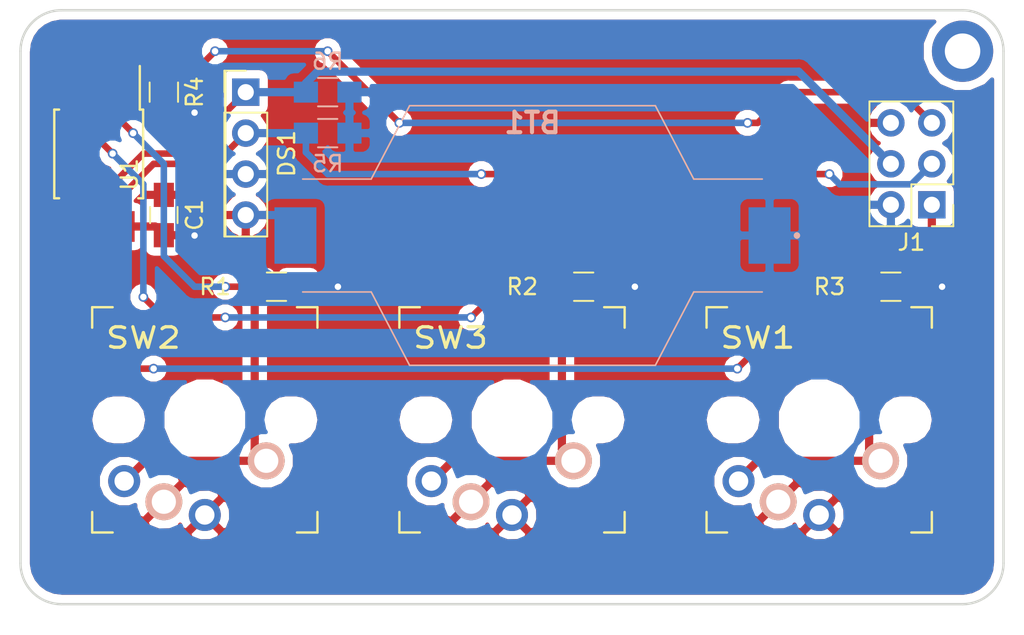
<source format=kicad_pcb>
(kicad_pcb (version 20171130) (host pcbnew "(5.0.1)-4")

  (general
    (thickness 1.6)
    (drawings 8)
    (tracks 107)
    (zones 0)
    (modules 15)
    (nets 9)
  )

  (page A4)
  (layers
    (0 F.Cu signal)
    (31 B.Cu signal hide)
    (32 B.Adhes user)
    (33 F.Adhes user)
    (34 B.Paste user)
    (35 F.Paste user)
    (36 B.SilkS user)
    (37 F.SilkS user)
    (38 B.Mask user)
    (39 F.Mask user)
    (40 Dwgs.User user)
    (41 Cmts.User user)
    (42 Eco1.User user)
    (43 Eco2.User user)
    (44 Edge.Cuts user)
    (45 Margin user)
    (46 B.CrtYd user)
    (47 F.CrtYd user)
    (48 B.Fab user)
    (49 F.Fab user hide)
  )

  (setup
    (last_trace_width 0.4064)
    (user_trace_width 0.1524)
    (user_trace_width 0.3048)
    (user_trace_width 0.4064)
    (user_trace_width 0.508)
    (trace_clearance 0.2)
    (zone_clearance 0.508)
    (zone_45_only yes)
    (trace_min 0.1524)
    (segment_width 0.2)
    (edge_width 0.15)
    (via_size 0.6)
    (via_drill 0.4)
    (via_min_size 0.4)
    (via_min_drill 0.3)
    (uvia_size 0.3)
    (uvia_drill 0.1)
    (uvias_allowed no)
    (uvia_min_size 0.2)
    (uvia_min_drill 0.1)
    (pcb_text_width 0.3)
    (pcb_text_size 1.5 1.5)
    (mod_edge_width 0.15)
    (mod_text_size 1 1)
    (mod_text_width 0.15)
    (pad_size 17.78 17.78)
    (pad_drill 0)
    (pad_to_mask_clearance 0.2)
    (solder_mask_min_width 0.25)
    (aux_axis_origin 0 0)
    (grid_origin 176.276 122.682)
    (visible_elements 7FFFFFFF)
    (pcbplotparams
      (layerselection 0x010f0_80000001)
      (usegerberextensions false)
      (usegerberattributes false)
      (usegerberadvancedattributes false)
      (creategerberjobfile false)
      (excludeedgelayer true)
      (linewidth 0.100000)
      (plotframeref false)
      (viasonmask false)
      (mode 1)
      (useauxorigin false)
      (hpglpennumber 1)
      (hpglpenspeed 20)
      (hpglpendiameter 15.000000)
      (psnegative false)
      (psa4output false)
      (plotreference true)
      (plotvalue false)
      (plotinvisibletext false)
      (padsonsilk false)
      (subtractmaskfromsilk true)
      (outputformat 1)
      (mirror false)
      (drillshape 0)
      (scaleselection 1)
      (outputdirectory "GERBERS/"))
  )

  (net 0 "")
  (net 1 GND)
  (net 2 /PB2)
  (net 3 /PB0)
  (net 4 /PB3)
  (net 5 /PB5)
  (net 6 /PB1)
  (net 7 /PB4)
  (net 8 VCC)

  (net_class Default "This is the default net class."
    (clearance 0.2)
    (trace_width 0.25)
    (via_dia 0.6)
    (via_drill 0.4)
    (uvia_dia 0.3)
    (uvia_drill 0.1)
    (add_net /PB0)
    (add_net /PB1)
    (add_net /PB2)
    (add_net /PB3)
    (add_net /PB4)
    (add_net /PB5)
    (add_net GND)
    (add_net VCC)
  )

  (module bobness_card:SMTU2032 (layer B.Cu) (tedit 5BCB83E7) (tstamp 5BCA9B09)
    (at 157.226 112.522 180)
    (descr SMTU2032-LF)
    (tags "Undefined or Miscellaneous")
    (path /5AF43AAD)
    (attr smd)
    (fp_text reference BT1 (at 0 6.985 180) (layer B.SilkS)
      (effects (font (size 1.27 1.27) (thickness 0.254)) (justify mirror))
    )
    (fp_text value CR2032 (at 0 -6.985 180) (layer B.SilkS) hide
      (effects (font (size 1.27 1.27) (thickness 0.254)) (justify mirror))
    )
    (fp_line (start -17.5 9.05) (end 17 9.05) (layer Dwgs.User) (width 0.1))
    (fp_line (start 17 9.05) (end 17 -9.05) (layer Dwgs.User) (width 0.1))
    (fp_line (start 17 -9.05) (end -17.5 -9.05) (layer Dwgs.User) (width 0.1))
    (fp_line (start -17.5 -9.05) (end -17.5 9.05) (layer Dwgs.User) (width 0.1))
    (fp_line (start -14.25 3.5) (end -14.25 -3.5) (layer Dwgs.User) (width 0.2))
    (fp_line (start 14.25 3.5) (end 14.25 -3.5) (layer Dwgs.User) (width 0.2))
    (fp_line (start -14.25 3.5) (end -10 3.5) (layer Dwgs.User) (width 0.2))
    (fp_line (start -14.25 -3.5) (end -10 -3.5) (layer Dwgs.User) (width 0.2))
    (fp_line (start 14.25 3.5) (end 10 3.5) (layer Dwgs.User) (width 0.2))
    (fp_line (start 14.25 -3.5) (end 10 -3.5) (layer Dwgs.User) (width 0.2))
    (fp_line (start -7.62 8.05) (end 7.62 8.05) (layer Dwgs.User) (width 0.2))
    (fp_line (start -7.62 -8.05) (end 7.62 -8.05) (layer Dwgs.User) (width 0.2))
    (fp_line (start -7.62 8.05) (end -10 3.5) (layer Dwgs.User) (width 0.2))
    (fp_line (start -10 -3.5) (end -7.62 -8.05) (layer Dwgs.User) (width 0.2))
    (fp_line (start 7.62 -8.05) (end 10 -3.5) (layer Dwgs.User) (width 0.2))
    (fp_line (start 10 3.5) (end 7.62 8.05) (layer Dwgs.User) (width 0.2))
    (fp_line (start -14.25 3.5) (end -10 3.5) (layer B.SilkS) (width 0.1))
    (fp_line (start -10 3.5) (end -7.62 8.05) (layer B.SilkS) (width 0.1))
    (fp_line (start -7.62 8.05) (end 7.62 8.05) (layer B.SilkS) (width 0.1))
    (fp_line (start 7.62 8.05) (end 10 3.5) (layer B.SilkS) (width 0.1))
    (fp_line (start 10 3.5) (end 14.25 3.5) (layer B.SilkS) (width 0.1))
    (fp_line (start -14.25 -3.5) (end -10 -3.5) (layer B.SilkS) (width 0.1))
    (fp_line (start -10 -3.5) (end -7.62 -8.05) (layer B.SilkS) (width 0.1))
    (fp_line (start -7.62 -8.05) (end 7.62 -8.05) (layer B.SilkS) (width 0.1))
    (fp_line (start 7.62 -8.05) (end 10 -3.5) (layer B.SilkS) (width 0.1))
    (fp_line (start 10 -3.5) (end 14.25 -3.5) (layer B.SilkS) (width 0.1))
    (fp_line (start -16.4 0.1) (end -16.4 0.1) (layer B.SilkS) (width 0.2))
    (fp_line (start -16.4 -0.1) (end -16.4 -0.1) (layer B.SilkS) (width 0.2))
    (fp_arc (start -16.4 0) (end -16.4 0.1) (angle -180) (layer B.SilkS) (width 0.2))
    (fp_arc (start -16.4 0) (end -16.4 -0.1) (angle -180) (layer B.SilkS) (width 0.2))
    (pad 1 smd rect (at -14.7 0 180) (size 2.6 3.5) (layers B.Cu B.Paste B.Mask)
      (net 8 VCC))
    (pad 2 smd rect (at 14.7 0 180) (size 2.6 3.5) (layers B.Cu B.Paste B.Mask)
      (net 1 GND))
    (model ../../../../../../Users/Dday/Documents/Documents/pcb/bobness_card-simple/bobness_card.3d/smtu2032.wrl
      (at (xyz 0 0 0))
      (scale (xyz 1 1 1))
      (rotate (xyz 0 0 0))
    )
  )

  (module Resistors_SMD:R_0805_HandSoldering (layer F.Cu) (tedit 5C81FE79) (tstamp 5AE9543D)
    (at 141.351 115.697 180)
    (descr "Resistor SMD 0805, hand soldering")
    (tags "resistor 0805")
    (path /5BCEBE1E)
    (attr smd)
    (fp_text reference R1 (at 3.81 0 180) (layer F.SilkS)
      (effects (font (size 1 1) (thickness 0.15)))
    )
    (fp_text value 22K (at 3.81 0 180) (layer F.Fab)
      (effects (font (size 1 1) (thickness 0.15)))
    )
    (fp_text user %R (at 0 0 180) (layer F.Fab)
      (effects (font (size 0.5 0.5) (thickness 0.075)))
    )
    (fp_line (start -1 0.62) (end -1 -0.62) (layer F.Fab) (width 0.1))
    (fp_line (start 1 0.62) (end -1 0.62) (layer F.Fab) (width 0.1))
    (fp_line (start 1 -0.62) (end 1 0.62) (layer F.Fab) (width 0.1))
    (fp_line (start -1 -0.62) (end 1 -0.62) (layer F.Fab) (width 0.1))
    (fp_line (start 0.6 0.88) (end -0.6 0.88) (layer F.SilkS) (width 0.12))
    (fp_line (start -0.6 -0.88) (end 0.6 -0.88) (layer F.SilkS) (width 0.12))
    (fp_line (start -2.35 -0.9) (end 2.35 -0.9) (layer F.CrtYd) (width 0.05))
    (fp_line (start -2.35 -0.9) (end -2.35 0.9) (layer F.CrtYd) (width 0.05))
    (fp_line (start 2.35 0.9) (end 2.35 -0.9) (layer F.CrtYd) (width 0.05))
    (fp_line (start 2.35 0.9) (end -2.35 0.9) (layer F.CrtYd) (width 0.05))
    (pad 1 smd rect (at -1.35 0 180) (size 1.5 1.3) (layers F.Cu F.Paste F.Mask)
      (net 8 VCC))
    (pad 2 smd rect (at 1.35 0 180) (size 1.5 1.3) (layers F.Cu F.Paste F.Mask)
      (net 4 /PB3))
    (model ${KISYS3DMOD}/Resistors_SMD.3dshapes/R_0805.wrl
      (at (xyz 0 0 0))
      (scale (xyz 1 1 1))
      (rotate (xyz 0 0 0))
    )
  )

  (module Resistors_SMD:R_0805_HandSoldering (layer F.Cu) (tedit 5C81FE86) (tstamp 5AE95443)
    (at 160.401 115.697 180)
    (descr "Resistor SMD 0805, hand soldering")
    (tags "resistor 0805")
    (path /5BCEBDBF)
    (attr smd)
    (fp_text reference R2 (at 3.81 0 180) (layer F.SilkS)
      (effects (font (size 1 1) (thickness 0.15)))
    )
    (fp_text value 22K (at 3.81 0 180) (layer F.Fab)
      (effects (font (size 1 1) (thickness 0.15)))
    )
    (fp_text user %R (at 0 0 180) (layer F.Fab)
      (effects (font (size 0.5 0.5) (thickness 0.075)))
    )
    (fp_line (start -1 0.62) (end -1 -0.62) (layer F.Fab) (width 0.1))
    (fp_line (start 1 0.62) (end -1 0.62) (layer F.Fab) (width 0.1))
    (fp_line (start 1 -0.62) (end 1 0.62) (layer F.Fab) (width 0.1))
    (fp_line (start -1 -0.62) (end 1 -0.62) (layer F.Fab) (width 0.1))
    (fp_line (start 0.6 0.88) (end -0.6 0.88) (layer F.SilkS) (width 0.12))
    (fp_line (start -0.6 -0.88) (end 0.6 -0.88) (layer F.SilkS) (width 0.12))
    (fp_line (start -2.35 -0.9) (end 2.35 -0.9) (layer F.CrtYd) (width 0.05))
    (fp_line (start -2.35 -0.9) (end -2.35 0.9) (layer F.CrtYd) (width 0.05))
    (fp_line (start 2.35 0.9) (end 2.35 -0.9) (layer F.CrtYd) (width 0.05))
    (fp_line (start 2.35 0.9) (end -2.35 0.9) (layer F.CrtYd) (width 0.05))
    (pad 1 smd rect (at -1.35 0 180) (size 1.5 1.3) (layers F.Cu F.Paste F.Mask)
      (net 8 VCC))
    (pad 2 smd rect (at 1.35 0 180) (size 1.5 1.3) (layers F.Cu F.Paste F.Mask)
      (net 7 /PB4))
    (model ${KISYS3DMOD}/Resistors_SMD.3dshapes/R_0805.wrl
      (at (xyz 0 0 0))
      (scale (xyz 1 1 1))
      (rotate (xyz 0 0 0))
    )
  )

  (module Resistors_SMD:R_0805_HandSoldering (layer F.Cu) (tedit 5C81FE8A) (tstamp 5AE95449)
    (at 179.451 115.697 180)
    (descr "Resistor SMD 0805, hand soldering")
    (tags "resistor 0805")
    (path /5AF4191B)
    (attr smd)
    (fp_text reference R3 (at 3.81 0 180) (layer F.SilkS)
      (effects (font (size 1 1) (thickness 0.15)))
    )
    (fp_text value 22K (at 3.81 0 180) (layer F.Fab)
      (effects (font (size 1 1) (thickness 0.15)))
    )
    (fp_text user %R (at 0 0 180) (layer F.Fab)
      (effects (font (size 0.5 0.5) (thickness 0.075)))
    )
    (fp_line (start -1 0.62) (end -1 -0.62) (layer F.Fab) (width 0.1))
    (fp_line (start 1 0.62) (end -1 0.62) (layer F.Fab) (width 0.1))
    (fp_line (start 1 -0.62) (end 1 0.62) (layer F.Fab) (width 0.1))
    (fp_line (start -1 -0.62) (end 1 -0.62) (layer F.Fab) (width 0.1))
    (fp_line (start 0.6 0.88) (end -0.6 0.88) (layer F.SilkS) (width 0.12))
    (fp_line (start -0.6 -0.88) (end 0.6 -0.88) (layer F.SilkS) (width 0.12))
    (fp_line (start -2.35 -0.9) (end 2.35 -0.9) (layer F.CrtYd) (width 0.05))
    (fp_line (start -2.35 -0.9) (end -2.35 0.9) (layer F.CrtYd) (width 0.05))
    (fp_line (start 2.35 0.9) (end 2.35 -0.9) (layer F.CrtYd) (width 0.05))
    (fp_line (start 2.35 0.9) (end -2.35 0.9) (layer F.CrtYd) (width 0.05))
    (pad 1 smd rect (at -1.35 0 180) (size 1.5 1.3) (layers F.Cu F.Paste F.Mask)
      (net 8 VCC))
    (pad 2 smd rect (at 1.35 0 180) (size 1.5 1.3) (layers F.Cu F.Paste F.Mask)
      (net 6 /PB1))
    (model ${KISYS3DMOD}/Resistors_SMD.3dshapes/R_0805.wrl
      (at (xyz 0 0 0))
      (scale (xyz 1 1 1))
      (rotate (xyz 0 0 0))
    )
  )

  (module Capacitors_SMD:C_0805_HandSoldering (layer F.Cu) (tedit 5BE7778A) (tstamp 5C46C5F5)
    (at 134.366 111.252 90)
    (descr "Capacitor SMD 0805, hand soldering")
    (tags "capacitor 0805")
    (path /5AF42491)
    (attr smd)
    (fp_text reference C1 (at 0 1.905 90) (layer F.SilkS)
      (effects (font (size 1 1) (thickness 0.15)))
    )
    (fp_text value 100nF (at 0 -1.75 90) (layer F.Fab)
      (effects (font (size 1 1) (thickness 0.15)))
    )
    (fp_line (start -1 0.62) (end -1 -0.62) (layer F.Fab) (width 0.1))
    (fp_line (start 1 0.62) (end -1 0.62) (layer F.Fab) (width 0.1))
    (fp_line (start 1 -0.62) (end 1 0.62) (layer F.Fab) (width 0.1))
    (fp_line (start -1 -0.62) (end 1 -0.62) (layer F.Fab) (width 0.1))
    (fp_line (start 0.5 -0.85) (end -0.5 -0.85) (layer F.SilkS) (width 0.12))
    (fp_line (start -0.5 0.85) (end 0.5 0.85) (layer F.SilkS) (width 0.12))
    (fp_line (start -2.25 -0.88) (end 2.25 -0.88) (layer F.CrtYd) (width 0.05))
    (fp_line (start -2.25 -0.88) (end -2.25 0.87) (layer F.CrtYd) (width 0.05))
    (fp_line (start 2.25 0.87) (end 2.25 -0.88) (layer F.CrtYd) (width 0.05))
    (fp_line (start 2.25 0.87) (end -2.25 0.87) (layer F.CrtYd) (width 0.05))
    (pad 1 smd rect (at -1.25 0 90) (size 1.5 1.25) (layers F.Cu F.Paste F.Mask)
      (net 8 VCC))
    (pad 2 smd rect (at 1.25 0 90) (size 1.5 1.25) (layers F.Cu F.Paste F.Mask)
      (net 1 GND))
    (model Capacitors_SMD.3dshapes/C_0805.wrl
      (at (xyz 0 0 0))
      (scale (xyz 1 1 1))
      (rotate (xyz 0 0 0))
    )
  )

  (module Resistors_SMD:R_0805_HandSoldering (layer F.Cu) (tedit 5C81FE66) (tstamp 5C46C572)
    (at 134.366 103.632 270)
    (descr "Resistor SMD 0805, hand soldering")
    (tags "resistor 0805")
    (path /5AF420A9)
    (attr smd)
    (fp_text reference R4 (at 0 -1.905 270) (layer F.SilkS)
      (effects (font (size 1 1) (thickness 0.15)))
    )
    (fp_text value 22K (at 0 -1.905 270) (layer F.Fab)
      (effects (font (size 1 1) (thickness 0.15)))
    )
    (fp_text user %R (at 0 0 270) (layer F.Fab)
      (effects (font (size 0.5 0.5) (thickness 0.075)))
    )
    (fp_line (start -1 0.62) (end -1 -0.62) (layer F.Fab) (width 0.1))
    (fp_line (start 1 0.62) (end -1 0.62) (layer F.Fab) (width 0.1))
    (fp_line (start 1 -0.62) (end 1 0.62) (layer F.Fab) (width 0.1))
    (fp_line (start -1 -0.62) (end 1 -0.62) (layer F.Fab) (width 0.1))
    (fp_line (start 0.6 0.88) (end -0.6 0.88) (layer F.SilkS) (width 0.12))
    (fp_line (start -0.6 -0.88) (end 0.6 -0.88) (layer F.SilkS) (width 0.12))
    (fp_line (start -2.35 -0.9) (end 2.35 -0.9) (layer F.CrtYd) (width 0.05))
    (fp_line (start -2.35 -0.9) (end -2.35 0.9) (layer F.CrtYd) (width 0.05))
    (fp_line (start 2.35 0.9) (end 2.35 -0.9) (layer F.CrtYd) (width 0.05))
    (fp_line (start 2.35 0.9) (end -2.35 0.9) (layer F.CrtYd) (width 0.05))
    (pad 1 smd rect (at -1.35 0 270) (size 1.5 1.3) (layers F.Cu F.Paste F.Mask)
      (net 5 /PB5))
    (pad 2 smd rect (at 1.35 0 270) (size 1.5 1.3) (layers F.Cu F.Paste F.Mask)
      (net 8 VCC))
    (model ${KISYS3DMOD}/Resistors_SMD.3dshapes/R_0805.wrl
      (at (xyz 0 0 0))
      (scale (xyz 1 1 1))
      (rotate (xyz 0 0 0))
    )
  )

  (module bobness_card:ATTINY85-20SU (layer F.Cu) (tedit 5BE77796) (tstamp 5C46C5AE)
    (at 130.326 107.462 270)
    (descr "8-Lead Plastic Small Outline (SM) - Medium, 5.28 mm Body [SOIC] (see Microchip Packaging Specification 00000049BS.pdf)")
    (tags "SOIC 1.27")
    (path /5AF41EEF)
    (attr smd)
    (fp_text reference U1 (at 1.27 -1.905 270) (layer F.SilkS)
      (effects (font (size 1 1) (thickness 0.15)))
    )
    (fp_text value ATTINY85-20SU (at -4 6.25 270) (layer F.Fab)
      (effects (font (size 1 1) (thickness 0.15)))
    )
    (fp_text user %R (at 0 0 270) (layer F.Fab)
      (effects (font (size 1 1) (thickness 0.15)))
    )
    (fp_line (start -1.65 -2.65) (end 2.65 -2.65) (layer F.Fab) (width 0.15))
    (fp_line (start 2.65 -2.65) (end 2.65 2.65) (layer F.Fab) (width 0.15))
    (fp_line (start 2.65 2.65) (end -2.65 2.65) (layer F.Fab) (width 0.15))
    (fp_line (start -2.65 2.65) (end -2.65 -1.65) (layer F.Fab) (width 0.15))
    (fp_line (start -2.65 -1.65) (end -1.65 -2.65) (layer F.Fab) (width 0.15))
    (fp_line (start -6.02 -2.95) (end -6.02 2.95) (layer F.CrtYd) (width 0.05))
    (fp_line (start 6.02 -2.95) (end 6.02 2.95) (layer F.CrtYd) (width 0.05))
    (fp_line (start -6.02 -2.95) (end 6.02 -2.95) (layer F.CrtYd) (width 0.05))
    (fp_line (start -6.02 2.95) (end 6.02 2.95) (layer F.CrtYd) (width 0.05))
    (fp_line (start -2.75 -2.755) (end -2.75 -2.55) (layer F.SilkS) (width 0.15))
    (fp_line (start 2.75 -2.755) (end 2.75 -2.455) (layer F.SilkS) (width 0.15))
    (fp_line (start 2.75 2.755) (end 2.75 2.455) (layer F.SilkS) (width 0.15))
    (fp_line (start -2.75 2.755) (end -2.75 2.455) (layer F.SilkS) (width 0.15))
    (fp_line (start -2.75 -2.755) (end 2.75 -2.755) (layer F.SilkS) (width 0.15))
    (fp_line (start -2.75 2.755) (end 2.75 2.755) (layer F.SilkS) (width 0.15))
    (fp_line (start -2.75 -2.55) (end -5.45 -2.55) (layer F.SilkS) (width 0.15))
    (pad 1 smd rect (at -4.5 -1.905 270) (size 1.905 0.65) (layers F.Cu F.Paste F.Mask)
      (net 5 /PB5))
    (pad 2 smd rect (at -4.5 -0.635 270) (size 1.905 0.65) (layers F.Cu F.Paste F.Mask)
      (net 4 /PB3))
    (pad 3 smd rect (at -4.5 0.635 270) (size 1.905 0.65) (layers F.Cu F.Paste F.Mask)
      (net 7 /PB4))
    (pad 4 smd rect (at -4.5 1.905 270) (size 1.905 0.65) (layers F.Cu F.Paste F.Mask)
      (net 1 GND))
    (pad 5 smd rect (at 4.5 1.905 270) (size 1.905 0.65) (layers F.Cu F.Paste F.Mask)
      (net 3 /PB0))
    (pad 6 smd rect (at 4.5 0.635 270) (size 1.905 0.65) (layers F.Cu F.Paste F.Mask)
      (net 6 /PB1))
    (pad 7 smd rect (at 4.5 -0.635 270) (size 1.905 0.65) (layers F.Cu F.Paste F.Mask)
      (net 2 /PB2))
    (pad 8 smd rect (at 4.5 -1.905 270) (size 1.905 0.65) (layers F.Cu F.Paste F.Mask)
      (net 8 VCC))
    (model ${KISYS3DMOD}/Housings_SOIC.3dshapes/SOIJ-8_5.3x5.3mm_Pitch1.27mm.wrl
      (at (xyz 0 0 0))
      (scale (xyz 1 1 1))
      (rotate (xyz 0 0 0))
    )
  )

  (module Pin_Headers:Pin_Header_Straight_2x03_Pitch2.54mm (layer F.Cu) (tedit 5BCAB0ED) (tstamp 5BA70244)
    (at 181.991 110.617 180)
    (descr "Through hole straight pin header, 2x03, 2.54mm pitch, double rows")
    (tags "Through hole pin header THT 2x03 2.54mm double row")
    (path /5B8D8798)
    (fp_text reference J1 (at 1.27 -2.33 180) (layer F.SilkS)
      (effects (font (size 1 1) (thickness 0.15)))
    )
    (fp_text value Conn_02x03_Odd_Even (at 6.35 -6.35 180) (layer F.Fab)
      (effects (font (size 1 1) (thickness 0.15)))
    )
    (fp_line (start 0 -1.27) (end 3.81 -1.27) (layer F.Fab) (width 0.1))
    (fp_line (start 3.81 -1.27) (end 3.81 6.35) (layer F.Fab) (width 0.1))
    (fp_line (start 3.81 6.35) (end -1.27 6.35) (layer F.Fab) (width 0.1))
    (fp_line (start -1.27 6.35) (end -1.27 0) (layer F.Fab) (width 0.1))
    (fp_line (start -1.27 0) (end 0 -1.27) (layer F.Fab) (width 0.1))
    (fp_line (start -1.33 6.41) (end 3.87 6.41) (layer F.SilkS) (width 0.12))
    (fp_line (start -1.33 1.27) (end -1.33 6.41) (layer F.SilkS) (width 0.12))
    (fp_line (start 3.87 -1.33) (end 3.87 6.41) (layer F.SilkS) (width 0.12))
    (fp_line (start -1.33 1.27) (end 1.27 1.27) (layer F.SilkS) (width 0.12))
    (fp_line (start 1.27 1.27) (end 1.27 -1.33) (layer F.SilkS) (width 0.12))
    (fp_line (start 1.27 -1.33) (end 3.87 -1.33) (layer F.SilkS) (width 0.12))
    (fp_line (start -1.33 0) (end -1.33 -1.33) (layer F.SilkS) (width 0.12))
    (fp_line (start -1.33 -1.33) (end 0 -1.33) (layer F.SilkS) (width 0.12))
    (fp_line (start -1.8 -1.8) (end -1.8 6.85) (layer F.CrtYd) (width 0.05))
    (fp_line (start -1.8 6.85) (end 4.35 6.85) (layer F.CrtYd) (width 0.05))
    (fp_line (start 4.35 6.85) (end 4.35 -1.8) (layer F.CrtYd) (width 0.05))
    (fp_line (start 4.35 -1.8) (end -1.8 -1.8) (layer F.CrtYd) (width 0.05))
    (fp_text user %R (at 1.27 2.54 -90) (layer F.Fab)
      (effects (font (size 1 1) (thickness 0.15)))
    )
    (pad 1 thru_hole rect (at 0 0 180) (size 1.7 1.7) (drill 1) (layers *.Cu *.Mask)
      (net 6 /PB1))
    (pad 2 thru_hole oval (at 2.54 0 180) (size 1.7 1.7) (drill 1) (layers *.Cu *.Mask)
      (net 8 VCC))
    (pad 3 thru_hole oval (at 0 2.54 180) (size 1.7 1.7) (drill 1) (layers *.Cu *.Mask)
      (net 2 /PB2))
    (pad 4 thru_hole oval (at 2.54 2.54 180) (size 1.7 1.7) (drill 1) (layers *.Cu *.Mask)
      (net 3 /PB0))
    (pad 5 thru_hole oval (at 0 5.08 180) (size 1.7 1.7) (drill 1) (layers *.Cu *.Mask)
      (net 5 /PB5))
    (pad 6 thru_hole oval (at 2.54 5.08 180) (size 1.7 1.7) (drill 1) (layers *.Cu *.Mask)
      (net 1 GND))
    (model ${KISYS3DMOD}/Pin_Headers.3dshapes/Pin_Header_Straight_2x03_Pitch2.54mm.wrl
      (at (xyz 0 0 0))
      (scale (xyz 1 1 1))
      (rotate (xyz 0 0 0))
    )
  )

  (module Resistors_SMD:R_0805_HandSoldering (layer B.Cu) (tedit 5D45F2F3) (tstamp 5C46C208)
    (at 144.526 106.172)
    (descr "Resistor SMD 0805, hand soldering")
    (tags "resistor 0805")
    (path /5BCEB7B5)
    (attr smd)
    (fp_text reference R5 (at 0 1.905) (layer B.SilkS)
      (effects (font (size 1 1) (thickness 0.15)) (justify mirror))
    )
    (fp_text value 4.7k (at 0 -1.75) (layer B.Fab)
      (effects (font (size 1 1) (thickness 0.15)) (justify mirror))
    )
    (fp_text user %R (at 0 0) (layer B.Fab)
      (effects (font (size 0.5 0.5) (thickness 0.075)) (justify mirror))
    )
    (fp_line (start -1 -0.62) (end -1 0.62) (layer B.Fab) (width 0.1))
    (fp_line (start 1 -0.62) (end -1 -0.62) (layer B.Fab) (width 0.1))
    (fp_line (start 1 0.62) (end 1 -0.62) (layer B.Fab) (width 0.1))
    (fp_line (start -1 0.62) (end 1 0.62) (layer B.Fab) (width 0.1))
    (fp_line (start 0.6 -0.88) (end -0.6 -0.88) (layer B.SilkS) (width 0.12))
    (fp_line (start -0.6 0.88) (end 0.6 0.88) (layer B.SilkS) (width 0.12))
    (fp_line (start -2.35 0.9) (end 2.35 0.9) (layer B.CrtYd) (width 0.05))
    (fp_line (start -2.35 0.9) (end -2.35 -0.9) (layer B.CrtYd) (width 0.05))
    (fp_line (start 2.35 -0.9) (end 2.35 0.9) (layer B.CrtYd) (width 0.05))
    (fp_line (start 2.35 -0.9) (end -2.35 -0.9) (layer B.CrtYd) (width 0.05))
    (pad 1 smd rect (at -1.35 0) (size 1.5 1.3) (layers B.Cu B.Paste B.Mask)
      (net 2 /PB2))
    (pad 2 smd rect (at 1.35 0) (size 1.5 1.3) (layers B.Cu B.Paste B.Mask)
      (net 8 VCC))
    (model ${KISYS3DMOD}/Resistors_SMD.3dshapes/R_0805.wrl
      (at (xyz 0 0 0))
      (scale (xyz 1 1 1))
      (rotate (xyz 0 0 0))
    )
  )

  (module Resistors_SMD:R_0805_HandSoldering (layer B.Cu) (tedit 5D45F2F9) (tstamp 5C46C238)
    (at 144.526 103.632)
    (descr "Resistor SMD 0805, hand soldering")
    (tags "resistor 0805")
    (path /5BCEB6D2)
    (attr smd)
    (fp_text reference R6 (at 0 -1.905) (layer B.SilkS)
      (effects (font (size 1 1) (thickness 0.15)) (justify mirror))
    )
    (fp_text value 4.7k (at 0 -1.75) (layer B.Fab)
      (effects (font (size 1 1) (thickness 0.15)) (justify mirror))
    )
    (fp_text user %R (at 0 0) (layer B.Fab)
      (effects (font (size 0.5 0.5) (thickness 0.075)) (justify mirror))
    )
    (fp_line (start -1 -0.62) (end -1 0.62) (layer B.Fab) (width 0.1))
    (fp_line (start 1 -0.62) (end -1 -0.62) (layer B.Fab) (width 0.1))
    (fp_line (start 1 0.62) (end 1 -0.62) (layer B.Fab) (width 0.1))
    (fp_line (start -1 0.62) (end 1 0.62) (layer B.Fab) (width 0.1))
    (fp_line (start 0.6 -0.88) (end -0.6 -0.88) (layer B.SilkS) (width 0.12))
    (fp_line (start -0.6 0.88) (end 0.6 0.88) (layer B.SilkS) (width 0.12))
    (fp_line (start -2.35 0.9) (end 2.35 0.9) (layer B.CrtYd) (width 0.05))
    (fp_line (start -2.35 0.9) (end -2.35 -0.9) (layer B.CrtYd) (width 0.05))
    (fp_line (start 2.35 -0.9) (end 2.35 0.9) (layer B.CrtYd) (width 0.05))
    (fp_line (start 2.35 -0.9) (end -2.35 -0.9) (layer B.CrtYd) (width 0.05))
    (pad 1 smd rect (at -1.35 0) (size 1.5 1.3) (layers B.Cu B.Paste B.Mask)
      (net 3 /PB0))
    (pad 2 smd rect (at 1.35 0) (size 1.5 1.3) (layers B.Cu B.Paste B.Mask)
      (net 8 VCC))
    (model ${KISYS3DMOD}/Resistors_SMD.3dshapes/R_0805.wrl
      (at (xyz 0 0 0))
      (scale (xyz 1 1 1))
      (rotate (xyz 0 0 0))
    )
  )

  (module bobness_card:SSD1306_OLED_Display_128x32 (layer F.Cu) (tedit 5C81FEA2) (tstamp 5C46BE6C)
    (at 139.446 103.632)
    (descr "Through hole straight pin header, 1x04, 2.54mm pitch, single row")
    (tags "Through hole pin header THT 1x04 2.54mm single row")
    (path /5AF43225)
    (fp_text reference DS1 (at 2.54 3.81 90) (layer F.SilkS)
      (effects (font (size 1 1) (thickness 0.15)))
    )
    (fp_text value SSD1306-128x32 (at 19.05 7.62) (layer F.Fab)
      (effects (font (size 1 1) (thickness 0.15)))
    )
    (fp_line (start -1.27 8.89) (end -1.27 -1.27) (layer Dwgs.User) (width 0.15))
    (fp_line (start -1.27 -1.27) (end 36.88 -1.27) (layer Dwgs.User) (width 0.15))
    (fp_line (start 36.88 -1.27) (end 36.88 8.89) (layer Dwgs.User) (width 0.15))
    (fp_line (start 36.88 8.89) (end -1.27 8.89) (layer Dwgs.User) (width 0.15))
    (fp_line (start -1.27 8.89) (end -1.27 -1.27) (layer F.SilkS) (width 0.15))
    (fp_line (start -0.635 -1.27) (end 1.27 -1.27) (layer F.Fab) (width 0.1))
    (fp_line (start 1.27 -1.27) (end 1.27 8.89) (layer F.Fab) (width 0.1))
    (fp_line (start 1.27 8.89) (end -1.27 8.89) (layer F.Fab) (width 0.1))
    (fp_line (start -1.27 8.89) (end -1.27 -0.635) (layer F.Fab) (width 0.1))
    (fp_line (start -1.27 -0.635) (end -0.635 -1.27) (layer F.Fab) (width 0.1))
    (fp_line (start -1.33 8.95) (end 1.33 8.95) (layer F.SilkS) (width 0.12))
    (fp_line (start -1.33 1.27) (end -1.33 8.95) (layer F.SilkS) (width 0.12))
    (fp_line (start 1.33 1.27) (end 1.33 8.95) (layer F.SilkS) (width 0.12))
    (fp_line (start -1.33 1.27) (end 1.33 1.27) (layer F.SilkS) (width 0.12))
    (fp_line (start -1.33 0) (end -1.33 -1.33) (layer F.SilkS) (width 0.12))
    (fp_line (start -1.33 -1.33) (end 0 -1.33) (layer F.SilkS) (width 0.12))
    (fp_line (start -1.8 -1.8) (end -1.8 9.4) (layer F.CrtYd) (width 0.05))
    (fp_line (start -1.8 9.4) (end 1.8 9.4) (layer F.CrtYd) (width 0.05))
    (fp_line (start 1.8 9.4) (end 1.8 -1.8) (layer F.CrtYd) (width 0.05))
    (fp_line (start 1.8 -1.8) (end -1.8 -1.8) (layer F.CrtYd) (width 0.05))
    (fp_text user %R (at 3.175 -0.635 180) (layer F.Fab)
      (effects (font (size 1 1) (thickness 0.15)))
    )
    (pad 4 thru_hole rect (at 0 0) (size 1.7 1.7) (drill 1) (layers *.Cu *.Mask)
      (net 3 /PB0))
    (pad 3 thru_hole oval (at 0 2.54) (size 1.7 1.7) (drill 1) (layers *.Cu *.Mask)
      (net 2 /PB2))
    (pad 2 thru_hole oval (at 0 5.08) (size 1.7 1.7) (drill 1) (layers *.Cu *.Mask)
      (net 8 VCC))
    (pad 1 thru_hole oval (at 0 7.62) (size 1.7 1.7) (drill 1) (layers *.Cu *.Mask)
      (net 1 GND))
    (model ../../../../../../Users/Dday/Documents/Documents/pcb/bobness_card-simple/bobness_card.3d/ssd1306-128x32.wrl
      (at (xyz 0 0 0))
      (scale (xyz 1 1 1))
      (rotate (xyz 0 0 0))
    )
  )

  (module bobness_card:CHERRY_CHOC_PCB (layer F.Cu) (tedit 5D45E4A8) (tstamp 5D529BAC)
    (at 175.006 123.952 180)
    (path /5AF413A9)
    (fp_text reference SW1 (at 3.81 5.08 180) (layer F.SilkS)
      (effects (font (size 1.27 1.524) (thickness 0.2032)))
    )
    (fp_text value SW_Push (at 0 3.175 180) (layer F.SilkS) hide
      (effects (font (size 1.27 1.524) (thickness 0.2032)))
    )
    (fp_text user 1.00u (at 5.716 -8.414 180) (layer Dwgs.User)
      (effects (font (size 1.524 1.524) (thickness 0.3048)))
    )
    (fp_line (start -9.398 -9.398) (end 9.398 -9.398) (layer Dwgs.User) (width 0.1524))
    (fp_line (start 9.398 -9.398) (end 9.398 9.398) (layer Dwgs.User) (width 0.1524))
    (fp_line (start 9.398 9.398) (end -9.398 9.398) (layer Dwgs.User) (width 0.1524))
    (fp_line (start -9.398 9.398) (end -9.398 -9.398) (layer Dwgs.User) (width 0.1524))
    (fp_line (start -6.985 -6.985) (end 6.985 -6.985) (layer Eco2.User) (width 0.1524))
    (fp_line (start 6.985 -6.985) (end 6.985 6.985) (layer Eco2.User) (width 0.1524))
    (fp_line (start 6.985 6.985) (end -6.985 6.985) (layer Eco2.User) (width 0.1524))
    (fp_line (start -6.985 6.985) (end -6.985 -6.985) (layer Eco2.User) (width 0.1524))
    (fp_line (start 6.985 6.985) (end 5.715 6.985) (layer F.SilkS) (width 0.15))
    (fp_line (start 6.985 5.715) (end 6.985 6.985) (layer F.SilkS) (width 0.15))
    (fp_line (start -6.985 6.985) (end -5.715 6.985) (layer F.SilkS) (width 0.15))
    (fp_line (start -6.985 5.715) (end -6.985 6.985) (layer F.SilkS) (width 0.15))
    (fp_line (start -6.985 -6.985) (end -5.715 -6.985) (layer F.SilkS) (width 0.15))
    (fp_line (start -6.985 -5.715) (end -6.985 -6.985) (layer F.SilkS) (width 0.15))
    (fp_line (start 6.985 -6.985) (end 6.985 -5.715) (layer F.SilkS) (width 0.15))
    (fp_line (start 5.715 -6.985) (end 6.985 -6.985) (layer F.SilkS) (width 0.15))
    (pad 2 thru_hole circle (at 5 -3.8 180) (size 1.9874 1.9874) (drill 1.2) (layers *.Cu *.Mask)
      (net 6 /PB1))
    (pad 1 thru_hole circle (at 0 -5.9 180) (size 1.9874 1.9874) (drill 1.2) (layers *.Cu *.Mask)
      (net 1 GND))
    (pad 1 thru_hole circle (at 2.54 -5.08 180) (size 2.286 2.286) (drill 1.4986) (layers *.Cu *.SilkS *.Mask)
      (net 1 GND))
    (pad 2 thru_hole circle (at -3.81 -2.54 180) (size 2.286 2.286) (drill 1.4986) (layers *.Cu *.SilkS *.Mask)
      (net 6 /PB1))
    (pad HOLE np_thru_hole circle (at 0 0 180) (size 3.9878 3.9878) (drill 3.9878) (layers *.Cu))
    (pad "" np_thru_hole oval (at 5.33955 0 180) (size 2.2209 1.9) (drill oval 2.2209 1.9) (layers *.Cu *.Mask))
    (pad "" np_thru_hole oval (at -5.33955 0 180) (size 2.2209 1.9) (drill oval 2.2209 1.9) (layers *.Cu *.Mask))
  )

  (module bobness_card:CHERRY_CHOC_PCB (layer F.Cu) (tedit 5D45E4A8) (tstamp 5D529BC7)
    (at 136.906 123.952 180)
    (path /5AF417B0)
    (fp_text reference SW2 (at 3.81 5.08 180) (layer F.SilkS)
      (effects (font (size 1.27 1.524) (thickness 0.2032)))
    )
    (fp_text value SW_Push (at 0 3.175 180) (layer F.SilkS) hide
      (effects (font (size 1.27 1.524) (thickness 0.2032)))
    )
    (fp_line (start 5.715 -6.985) (end 6.985 -6.985) (layer F.SilkS) (width 0.15))
    (fp_line (start 6.985 -6.985) (end 6.985 -5.715) (layer F.SilkS) (width 0.15))
    (fp_line (start -6.985 -5.715) (end -6.985 -6.985) (layer F.SilkS) (width 0.15))
    (fp_line (start -6.985 -6.985) (end -5.715 -6.985) (layer F.SilkS) (width 0.15))
    (fp_line (start -6.985 5.715) (end -6.985 6.985) (layer F.SilkS) (width 0.15))
    (fp_line (start -6.985 6.985) (end -5.715 6.985) (layer F.SilkS) (width 0.15))
    (fp_line (start 6.985 5.715) (end 6.985 6.985) (layer F.SilkS) (width 0.15))
    (fp_line (start 6.985 6.985) (end 5.715 6.985) (layer F.SilkS) (width 0.15))
    (fp_line (start -6.985 6.985) (end -6.985 -6.985) (layer Eco2.User) (width 0.1524))
    (fp_line (start 6.985 6.985) (end -6.985 6.985) (layer Eco2.User) (width 0.1524))
    (fp_line (start 6.985 -6.985) (end 6.985 6.985) (layer Eco2.User) (width 0.1524))
    (fp_line (start -6.985 -6.985) (end 6.985 -6.985) (layer Eco2.User) (width 0.1524))
    (fp_line (start -9.398 9.398) (end -9.398 -9.398) (layer Dwgs.User) (width 0.1524))
    (fp_line (start 9.398 9.398) (end -9.398 9.398) (layer Dwgs.User) (width 0.1524))
    (fp_line (start 9.398 -9.398) (end 9.398 9.398) (layer Dwgs.User) (width 0.1524))
    (fp_line (start -9.398 -9.398) (end 9.398 -9.398) (layer Dwgs.User) (width 0.1524))
    (fp_text user 1.00u (at 5.716 -8.414 180) (layer Dwgs.User)
      (effects (font (size 1.524 1.524) (thickness 0.3048)))
    )
    (pad "" np_thru_hole oval (at -5.33955 0 180) (size 2.2209 1.9) (drill oval 2.2209 1.9) (layers *.Cu *.Mask))
    (pad "" np_thru_hole oval (at 5.33955 0 180) (size 2.2209 1.9) (drill oval 2.2209 1.9) (layers *.Cu *.Mask))
    (pad HOLE np_thru_hole circle (at 0 0 180) (size 3.9878 3.9878) (drill 3.9878) (layers *.Cu))
    (pad 2 thru_hole circle (at -3.81 -2.54 180) (size 2.286 2.286) (drill 1.4986) (layers *.Cu *.SilkS *.Mask)
      (net 4 /PB3))
    (pad 1 thru_hole circle (at 2.54 -5.08 180) (size 2.286 2.286) (drill 1.4986) (layers *.Cu *.SilkS *.Mask)
      (net 1 GND))
    (pad 1 thru_hole circle (at 0 -5.9 180) (size 1.9874 1.9874) (drill 1.2) (layers *.Cu *.Mask)
      (net 1 GND))
    (pad 2 thru_hole circle (at 5 -3.8 180) (size 1.9874 1.9874) (drill 1.2) (layers *.Cu *.Mask)
      (net 4 /PB3))
  )

  (module bobness_card:CHERRY_CHOC_PCB (layer F.Cu) (tedit 5D45E4A8) (tstamp 5D529BE2)
    (at 155.956 123.952 180)
    (path /5AF41915)
    (fp_text reference SW3 (at 3.81 5.08 180) (layer F.SilkS)
      (effects (font (size 1.27 1.524) (thickness 0.2032)))
    )
    (fp_text value SW_Push (at 0 3.175 180) (layer F.SilkS) hide
      (effects (font (size 1.27 1.524) (thickness 0.2032)))
    )
    (fp_text user 1.00u (at 5.716 -8.414 180) (layer Dwgs.User)
      (effects (font (size 1.524 1.524) (thickness 0.3048)))
    )
    (fp_line (start -9.398 -9.398) (end 9.398 -9.398) (layer Dwgs.User) (width 0.1524))
    (fp_line (start 9.398 -9.398) (end 9.398 9.398) (layer Dwgs.User) (width 0.1524))
    (fp_line (start 9.398 9.398) (end -9.398 9.398) (layer Dwgs.User) (width 0.1524))
    (fp_line (start -9.398 9.398) (end -9.398 -9.398) (layer Dwgs.User) (width 0.1524))
    (fp_line (start -6.985 -6.985) (end 6.985 -6.985) (layer Eco2.User) (width 0.1524))
    (fp_line (start 6.985 -6.985) (end 6.985 6.985) (layer Eco2.User) (width 0.1524))
    (fp_line (start 6.985 6.985) (end -6.985 6.985) (layer Eco2.User) (width 0.1524))
    (fp_line (start -6.985 6.985) (end -6.985 -6.985) (layer Eco2.User) (width 0.1524))
    (fp_line (start 6.985 6.985) (end 5.715 6.985) (layer F.SilkS) (width 0.15))
    (fp_line (start 6.985 5.715) (end 6.985 6.985) (layer F.SilkS) (width 0.15))
    (fp_line (start -6.985 6.985) (end -5.715 6.985) (layer F.SilkS) (width 0.15))
    (fp_line (start -6.985 5.715) (end -6.985 6.985) (layer F.SilkS) (width 0.15))
    (fp_line (start -6.985 -6.985) (end -5.715 -6.985) (layer F.SilkS) (width 0.15))
    (fp_line (start -6.985 -5.715) (end -6.985 -6.985) (layer F.SilkS) (width 0.15))
    (fp_line (start 6.985 -6.985) (end 6.985 -5.715) (layer F.SilkS) (width 0.15))
    (fp_line (start 5.715 -6.985) (end 6.985 -6.985) (layer F.SilkS) (width 0.15))
    (pad 2 thru_hole circle (at 5 -3.8 180) (size 1.9874 1.9874) (drill 1.2) (layers *.Cu *.Mask)
      (net 7 /PB4))
    (pad 1 thru_hole circle (at 0 -5.9 180) (size 1.9874 1.9874) (drill 1.2) (layers *.Cu *.Mask)
      (net 1 GND))
    (pad 1 thru_hole circle (at 2.54 -5.08 180) (size 2.286 2.286) (drill 1.4986) (layers *.Cu *.SilkS *.Mask)
      (net 1 GND))
    (pad 2 thru_hole circle (at -3.81 -2.54 180) (size 2.286 2.286) (drill 1.4986) (layers *.Cu *.SilkS *.Mask)
      (net 7 /PB4))
    (pad HOLE np_thru_hole circle (at 0 0 180) (size 3.9878 3.9878) (drill 3.9878) (layers *.Cu))
    (pad "" np_thru_hole oval (at 5.33955 0 180) (size 2.2209 1.9) (drill oval 2.2209 1.9) (layers *.Cu *.Mask))
    (pad "" np_thru_hole oval (at -5.33955 0 180) (size 2.2209 1.9) (drill oval 2.2209 1.9) (layers *.Cu *.Mask))
  )

  (module MountingHole:MountingHole_2.2mm_M2_DIN965_Pad (layer F.Cu) (tedit 5D45ED7B) (tstamp 5D5EE7C1)
    (at 183.896 101.092)
    (descr "Mounting Hole 2.2mm, M2, DIN965")
    (tags "mounting hole 2.2mm m2 din965")
    (attr virtual)
    (fp_text reference REF** (at 0 -2.9) (layer F.SilkS) hide
      (effects (font (size 1 1) (thickness 0.15)))
    )
    (fp_text value MountingHole_2.2mm_M2_DIN965_Pad (at 0 2.9) (layer F.Fab)
      (effects (font (size 1 1) (thickness 0.15)))
    )
    (fp_circle (center 0 0) (end 2.15 0) (layer F.CrtYd) (width 0.05))
    (fp_circle (center 0 0) (end 1.9 0) (layer Cmts.User) (width 0.15))
    (fp_text user %R (at 0.3 0) (layer F.Fab)
      (effects (font (size 1 1) (thickness 0.15)))
    )
    (pad 1 thru_hole circle (at 0 0) (size 3.8 3.8) (drill 2.2) (layers *.Cu *.Mask))
  )

  (gr_line (start 125.476 101.092) (end 125.476 132.842) (angle 90) (layer Edge.Cuts) (width 0.15))
  (gr_line (start 183.896 98.552) (end 128.016 98.552) (angle 90) (layer Edge.Cuts) (width 0.15))
  (gr_line (start 186.436 132.842) (end 186.436 101.092) (angle 90) (layer Edge.Cuts) (width 0.15))
  (gr_line (start 128.016 135.382) (end 183.896 135.382) (angle 90) (layer Edge.Cuts) (width 0.15))
  (gr_arc (start 183.896 132.842) (end 186.436 132.842) (angle 90) (layer Edge.Cuts) (width 0.15))
  (gr_arc (start 128.016 132.842) (end 128.016 135.382) (angle 90) (layer Edge.Cuts) (width 0.15))
  (gr_arc (start 128.016 101.092) (end 125.476 101.092) (angle 90) (layer Edge.Cuts) (width 0.15))
  (gr_arc (start 183.896 101.092) (end 183.896 98.552) (angle 90) (layer Edge.Cuts) (width 0.15))

  (segment (start 139.446 111.252) (end 142.526 111.252) (width 0.508) (layer B.Cu) (net 1) (status C00000))
  (segment (start 139.446 106.172) (end 143.176 106.172) (width 0.508) (layer B.Cu) (net 2) (status C00000))
  (segment (start 143.176 106.172) (end 143.176 107.362) (width 0.4064) (layer B.Cu) (net 2) (status 400000))
  (segment (start 180.721 109.347) (end 181.991 108.077) (width 0.4064) (layer B.Cu) (net 2) (tstamp 5C82040B) (status 800000))
  (segment (start 176.276 109.347) (end 180.721 109.347) (width 0.4064) (layer B.Cu) (net 2) (tstamp 5C82040A))
  (segment (start 175.641 108.712) (end 176.276 109.347) (width 0.4064) (layer B.Cu) (net 2) (tstamp 5C820409))
  (via (at 175.641 108.712) (size 0.6) (drill 0.4) (layers F.Cu B.Cu) (net 2))
  (segment (start 154.051 108.712) (end 175.641 108.712) (width 0.4064) (layer F.Cu) (net 2) (tstamp 5C820407))
  (via (at 154.051 108.712) (size 0.6) (drill 0.4) (layers F.Cu B.Cu) (net 2))
  (segment (start 144.526 108.712) (end 154.051 108.712) (width 0.4064) (layer B.Cu) (net 2) (tstamp 5C820404))
  (segment (start 143.176 107.362) (end 144.526 108.712) (width 0.4064) (layer B.Cu) (net 2) (tstamp 5C820403))
  (segment (start 130.961 111.962) (end 130.961 110.847) (width 0.4064) (layer F.Cu) (net 2) (status 400000))
  (segment (start 137.541 108.077) (end 139.446 106.172) (width 0.4064) (layer F.Cu) (net 2) (tstamp 5C820413) (status 800000))
  (segment (start 133.731 108.077) (end 137.541 108.077) (width 0.4064) (layer F.Cu) (net 2) (tstamp 5C820411))
  (segment (start 130.961 110.847) (end 133.731 108.077) (width 0.4064) (layer F.Cu) (net 2) (tstamp 5C820410))
  (segment (start 139.446 103.632) (end 143.176 103.632) (width 0.508) (layer B.Cu) (net 3) (status C00000))
  (segment (start 143.176 103.632) (end 143.176 103.077) (width 0.508) (layer B.Cu) (net 3) (status C00000))
  (segment (start 173.736 102.362) (end 178.816 107.442) (width 0.508) (layer B.Cu) (net 3) (tstamp 5C8203EC))
  (segment (start 143.891 102.362) (end 173.736 102.362) (width 0.508) (layer B.Cu) (net 3) (tstamp 5C8203EB))
  (segment (start 143.176 103.077) (end 143.891 102.362) (width 0.508) (layer B.Cu) (net 3) (tstamp 5C8203EA) (status 400000))
  (segment (start 128.421 111.962) (end 128.421 110.847) (width 0.4064) (layer F.Cu) (net 3) (status 400000))
  (segment (start 135.636 107.442) (end 139.446 103.632) (width 0.4064) (layer F.Cu) (net 3) (tstamp 5C82041E) (status 800000))
  (segment (start 133.096 107.442) (end 135.636 107.442) (width 0.4064) (layer F.Cu) (net 3) (tstamp 5C82041C))
  (segment (start 130.556 109.982) (end 133.096 107.442) (width 0.4064) (layer F.Cu) (net 3) (tstamp 5C82041B))
  (segment (start 129.286 109.982) (end 130.556 109.982) (width 0.4064) (layer F.Cu) (net 3) (tstamp 5C82041A))
  (segment (start 128.421 110.847) (end 129.286 109.982) (width 0.4064) (layer F.Cu) (net 3) (tstamp 5C820419))
  (segment (start 140.001 115.697) (end 140.001 125.142) (width 0.508) (layer F.Cu) (net 4) (status 400000))
  (segment (start 140.001 125.777) (end 140.716 126.492) (width 0.508) (layer F.Cu) (net 4) (tstamp 5D52A03E) (status C00000))
  (segment (start 140.001 125.142) (end 140.001 125.777) (width 0.508) (layer F.Cu) (net 4) (status 800000))
  (segment (start 130.961 102.962) (end 130.961 104.672) (width 0.4064) (layer F.Cu) (net 4) (status 400000))
  (segment (start 138.176 115.697) (end 140.001 115.697) (width 0.4064) (layer F.Cu) (net 4) (tstamp 5C82043E) (status 800000))
  (via (at 138.176 115.697) (size 0.6) (drill 0.4) (layers F.Cu B.Cu) (net 4))
  (segment (start 136.271 115.697) (end 138.176 115.697) (width 0.4064) (layer B.Cu) (net 4) (tstamp 5C82043B))
  (segment (start 134.366 113.792) (end 136.271 115.697) (width 0.4064) (layer B.Cu) (net 4) (tstamp 5C82043A))
  (segment (start 134.366 108.077) (end 134.366 113.792) (width 0.4064) (layer B.Cu) (net 4) (tstamp 5C820439))
  (segment (start 132.461 106.172) (end 134.366 108.077) (width 0.4064) (layer B.Cu) (net 4) (tstamp 5C820438))
  (via (at 132.461 106.172) (size 0.6) (drill 0.4) (layers F.Cu B.Cu) (net 4))
  (segment (start 130.961 104.672) (end 132.461 106.172) (width 0.4064) (layer F.Cu) (net 4) (tstamp 5C820436))
  (segment (start 131.906 127.752) (end 131.963 127.752) (width 0.508) (layer F.Cu) (net 4) (status C00000))
  (segment (start 133.223 126.492) (end 140.716 126.492) (width 0.508) (layer F.Cu) (net 4) (tstamp 5D52A042) (status 800000))
  (segment (start 131.963 127.752) (end 133.223 126.492) (width 0.508) (layer F.Cu) (net 4) (tstamp 5D52A041) (status 400000))
  (segment (start 132.231 102.962) (end 133.686 102.962) (width 0.508) (layer F.Cu) (net 5) (status 400000))
  (segment (start 133.686 102.962) (end 134.366 102.282) (width 0.508) (layer F.Cu) (net 5) (tstamp 5C81FA1D) (status 800000))
  (segment (start 134.366 102.282) (end 136.351 102.282) (width 0.4064) (layer F.Cu) (net 5) (status 400000))
  (segment (start 171.196 105.537) (end 173.101 103.632) (width 0.4064) (layer F.Cu) (net 5) (tstamp 5D52A0DC))
  (segment (start 170.561 105.537) (end 171.196 105.537) (width 0.4064) (layer F.Cu) (net 5))
  (segment (start 180.086 103.632) (end 181.991 105.537) (width 0.4064) (layer F.Cu) (net 5) (tstamp 5C8204BC) (status 800000))
  (segment (start 173.101 103.632) (end 180.086 103.632) (width 0.4064) (layer F.Cu) (net 5) (tstamp 5C8204BA))
  (via (at 170.561 105.537) (size 0.6) (drill 0.4) (layers F.Cu B.Cu) (net 5))
  (segment (start 148.971 105.537) (end 170.561 105.537) (width 0.4064) (layer B.Cu) (net 5) (tstamp 5C8204B6))
  (via (at 148.971 105.537) (size 0.6) (drill 0.4) (layers F.Cu B.Cu) (net 5))
  (segment (start 144.526 101.092) (end 148.971 105.537) (width 0.4064) (layer F.Cu) (net 5) (tstamp 5C8204B3))
  (segment (start 136.351 102.282) (end 137.541 101.092) (width 0.4064) (layer F.Cu) (net 5) (tstamp 5C8204B1))
  (via (at 137.541 101.092) (size 0.6) (drill 0.4) (layers F.Cu B.Cu) (net 5))
  (segment (start 137.541 101.092) (end 144.526 101.092) (width 0.4064) (layer B.Cu) (net 5) (tstamp 5C820507))
  (via (at 144.526 101.092) (size 0.6) (drill 0.4) (layers F.Cu B.Cu) (net 5))
  (segment (start 178.816 126.492) (end 178.101 125.777) (width 0.508) (layer F.Cu) (net 6) (tstamp 5D52A048) (status C00000))
  (segment (start 178.101 125.142) (end 178.101 115.697) (width 0.508) (layer F.Cu) (net 6) (status 800000))
  (segment (start 178.101 125.142) (end 178.101 125.777) (width 0.508) (layer F.Cu) (net 6) (status 800000))
  (segment (start 169.926 120.777) (end 133.731 120.777) (width 0.4064) (layer B.Cu) (net 6) (tstamp 5C82042C))
  (segment (start 169.926 120.777) (end 175.006 115.697) (width 0.4064) (layer F.Cu) (net 6) (tstamp 5C82074F))
  (segment (start 178.101 115.697) (end 175.006 115.697) (width 0.4064) (layer F.Cu) (net 6) (tstamp 5C820750) (status 400000))
  (via (at 169.926 120.777) (size 0.6) (drill 0.4) (layers F.Cu B.Cu) (net 6))
  (segment (start 129.691 118.642) (end 131.826 120.777) (width 0.4064) (layer F.Cu) (net 6) (tstamp 5C820744))
  (segment (start 131.826 120.777) (end 133.731 120.777) (width 0.4064) (layer F.Cu) (net 6) (tstamp 5C820746))
  (via (at 133.731 120.777) (size 0.6) (drill 0.4) (layers F.Cu B.Cu) (net 6))
  (segment (start 129.691 118.642) (end 129.691 117.348) (width 0.4064) (layer F.Cu) (net 6))
  (segment (start 129.691 117.372) (end 129.691 117.348) (width 0.4064) (layer F.Cu) (net 6))
  (segment (start 129.691 117.348) (end 129.691 111.962) (width 0.4064) (layer F.Cu) (net 6) (tstamp 5D529FF5))
  (segment (start 170.006 127.752) (end 170.006 127.682) (width 0.508) (layer F.Cu) (net 6) (status C00000))
  (segment (start 171.196 126.492) (end 178.816 126.492) (width 0.508) (layer F.Cu) (net 6) (tstamp 5D52A04C) (status 800000))
  (segment (start 170.006 127.682) (end 171.196 126.492) (width 0.508) (layer F.Cu) (net 6) (tstamp 5D52A04B) (status 400000))
  (segment (start 181.991 110.617) (end 181.991 112.442) (width 0.508) (layer F.Cu) (net 6) (status 400000))
  (segment (start 181.991 112.442) (end 178.101 116.332) (width 0.508) (layer F.Cu) (net 6) (tstamp 5D52A0B5) (status 800000))
  (segment (start 159.051 115.824) (end 159.051 125.142) (width 0.508) (layer F.Cu) (net 7))
  (segment (start 159.051 125.777) (end 159.766 126.492) (width 0.508) (layer F.Cu) (net 7) (tstamp 5D52A032) (status C00000))
  (segment (start 159.051 125.142) (end 159.051 125.777) (width 0.508) (layer F.Cu) (net 7) (status 800000))
  (segment (start 129.691 102.962) (end 129.691 105.942) (width 0.4064) (layer F.Cu) (net 7) (status 400000))
  (segment (start 155.194 115.824) (end 159.051 115.824) (width 0.4064) (layer F.Cu) (net 7) (tstamp 5C8204AA))
  (segment (start 153.416 117.602) (end 155.194 115.824) (width 0.4064) (layer F.Cu) (net 7) (tstamp 5C8204A9))
  (via (at 153.416 117.602) (size 0.6) (drill 0.4) (layers F.Cu B.Cu) (net 7))
  (segment (start 138.176 117.602) (end 153.416 117.602) (width 0.4064) (layer B.Cu) (net 7) (tstamp 5C8204A6))
  (via (at 138.176 117.602) (size 0.6) (drill 0.4) (layers F.Cu B.Cu) (net 7))
  (segment (start 134.366 117.602) (end 138.176 117.602) (width 0.4064) (layer F.Cu) (net 7) (tstamp 5C8204A4))
  (segment (start 133.096 116.332) (end 134.366 117.602) (width 0.4064) (layer F.Cu) (net 7) (tstamp 5C8204A3))
  (via (at 133.096 116.332) (size 0.6) (drill 0.4) (layers F.Cu B.Cu) (net 7))
  (segment (start 133.096 109.347) (end 133.096 116.332) (width 0.4064) (layer B.Cu) (net 7) (tstamp 5C8204A0))
  (segment (start 131.191 107.442) (end 133.096 109.347) (width 0.4064) (layer B.Cu) (net 7) (tstamp 5C82049F))
  (via (at 131.191 107.442) (size 0.6) (drill 0.4) (layers F.Cu B.Cu) (net 7))
  (segment (start 129.691 105.942) (end 131.191 107.442) (width 0.4064) (layer F.Cu) (net 7) (tstamp 5C82049D))
  (segment (start 150.956 127.752) (end 151.013 127.752) (width 0.508) (layer F.Cu) (net 7) (status C00000))
  (segment (start 152.273 126.492) (end 159.766 126.492) (width 0.508) (layer F.Cu) (net 7) (tstamp 5D52A038) (status 800000))
  (segment (start 151.013 127.752) (end 152.273 126.492) (width 0.508) (layer F.Cu) (net 7) (tstamp 5D52A037) (status 400000))
  (segment (start 132.231 111.962) (end 133.826 111.962) (width 0.508) (layer F.Cu) (net 8) (status C00000))
  (segment (start 133.826 111.962) (end 134.366 112.502) (width 0.508) (layer F.Cu) (net 8) (tstamp 5C81FA22) (status C00000))
  (segment (start 161.751 115.697) (end 163.576 115.697) (width 0.508) (layer F.Cu) (net 8) (status 400000))
  (via (at 163.576 115.697) (size 0.6) (drill 0.4) (layers F.Cu B.Cu) (net 8))
  (segment (start 180.801 115.697) (end 182.626 115.697) (width 0.508) (layer F.Cu) (net 8) (status 400000))
  (via (at 182.626 115.697) (size 0.6) (drill 0.4) (layers F.Cu B.Cu) (net 8))
  (segment (start 142.701 115.697) (end 145.161 115.697) (width 0.508) (layer F.Cu) (net 8) (status 400000))
  (via (at 145.161 115.697) (size 0.6) (drill 0.4) (layers F.Cu B.Cu) (net 8))
  (segment (start 134.366 112.502) (end 136.251 112.502) (width 0.508) (layer F.Cu) (net 8) (status 400000))
  (via (at 136.271 112.522) (size 0.6) (drill 0.4) (layers F.Cu B.Cu) (net 8))
  (segment (start 136.251 112.502) (end 136.271 112.522) (width 0.508) (layer F.Cu) (net 8) (tstamp 5C81FDD4))
  (segment (start 134.366 104.982) (end 136.191 104.982) (width 0.508) (layer F.Cu) (net 8) (status 400000))
  (via (at 136.271 104.902) (size 0.6) (drill 0.4) (layers F.Cu B.Cu) (net 8))
  (segment (start 136.191 104.982) (end 136.271 104.902) (width 0.508) (layer F.Cu) (net 8) (tstamp 5C81FDDB))

  (zone (net 1) (net_name GND) (layer F.Cu) (tstamp 5D5EE901) (hatch edge 0.508)
    (connect_pads (clearance 0.508))
    (min_thickness 0.254)
    (fill yes (arc_segments 16) (thermal_gap 0.508) (thermal_bridge_width 0.508))
    (polygon
      (pts
        (xy 187.706 137.287) (xy 124.206 137.287) (xy 124.841 97.917) (xy 187.706 97.917)
      )
    )
    (filled_polygon
      (pts
        (xy 181.74693 99.656038) (xy 181.361 100.587757) (xy 181.361 101.596243) (xy 181.74693 102.527962) (xy 182.460038 103.24107)
        (xy 183.391757 103.627) (xy 184.400243 103.627) (xy 185.331962 103.24107) (xy 185.726001 102.847031) (xy 185.726 132.797333)
        (xy 185.663042 133.295699) (xy 185.494697 133.720889) (xy 185.225899 134.090859) (xy 184.873541 134.382355) (xy 184.459756 134.577067)
        (xy 183.977339 134.669093) (xy 183.884836 134.672) (xy 128.060667 134.672) (xy 127.562301 134.609042) (xy 127.137111 134.440697)
        (xy 126.767141 134.171899) (xy 126.475645 133.819541) (xy 126.280933 133.405756) (xy 126.188907 132.923339) (xy 126.186 132.830836)
        (xy 126.186 130.999973) (xy 135.937632 130.999973) (xy 136.035523 131.266175) (xy 136.642965 131.491645) (xy 137.290452 131.467494)
        (xy 137.776477 131.266175) (xy 137.874368 130.999973) (xy 154.987632 130.999973) (xy 155.085523 131.266175) (xy 155.692965 131.491645)
        (xy 156.340452 131.467494) (xy 156.826477 131.266175) (xy 156.924368 130.999973) (xy 174.037632 130.999973) (xy 174.135523 131.266175)
        (xy 174.742965 131.491645) (xy 175.390452 131.467494) (xy 175.876477 131.266175) (xy 175.974368 130.999973) (xy 175.006 130.031605)
        (xy 174.037632 130.999973) (xy 156.924368 130.999973) (xy 155.956 130.031605) (xy 154.987632 130.999973) (xy 137.874368 130.999973)
        (xy 136.906 130.031605) (xy 135.937632 130.999973) (xy 126.186 130.999973) (xy 126.186 130.287963) (xy 133.289642 130.287963)
        (xy 133.405806 130.569658) (xy 134.067333 130.820062) (xy 134.774329 130.798249) (xy 135.326194 130.569658) (xy 135.377246 130.445859)
        (xy 135.491825 130.722477) (xy 135.758027 130.820368) (xy 136.726395 129.852) (xy 137.085605 129.852) (xy 138.053973 130.820368)
        (xy 138.320175 130.722477) (xy 138.481457 130.287963) (xy 152.339642 130.287963) (xy 152.455806 130.569658) (xy 153.117333 130.820062)
        (xy 153.824329 130.798249) (xy 154.376194 130.569658) (xy 154.427246 130.445859) (xy 154.541825 130.722477) (xy 154.808027 130.820368)
        (xy 155.776395 129.852) (xy 156.135605 129.852) (xy 157.103973 130.820368) (xy 157.370175 130.722477) (xy 157.531457 130.287963)
        (xy 171.389642 130.287963) (xy 171.505806 130.569658) (xy 172.167333 130.820062) (xy 172.874329 130.798249) (xy 173.426194 130.569658)
        (xy 173.477246 130.445859) (xy 173.591825 130.722477) (xy 173.858027 130.820368) (xy 174.826395 129.852) (xy 175.185605 129.852)
        (xy 176.153973 130.820368) (xy 176.420175 130.722477) (xy 176.645645 130.115035) (xy 176.621494 129.467548) (xy 176.420175 128.981523)
        (xy 176.153973 128.883632) (xy 175.185605 129.852) (xy 174.826395 129.852) (xy 174.812253 129.837858) (xy 174.991858 129.658253)
        (xy 175.006 129.672395) (xy 175.974368 128.704027) (xy 175.876477 128.437825) (xy 175.269035 128.212355) (xy 174.621548 128.236506)
        (xy 174.152377 128.430844) (xy 174.003658 128.071806) (xy 173.721963 127.955642) (xy 172.645605 129.032) (xy 172.659748 129.046143)
        (xy 172.480143 129.225748) (xy 172.466 129.211605) (xy 171.389642 130.287963) (xy 157.531457 130.287963) (xy 157.595645 130.115035)
        (xy 157.571494 129.467548) (xy 157.370175 128.981523) (xy 157.103973 128.883632) (xy 156.135605 129.852) (xy 155.776395 129.852)
        (xy 155.762253 129.837858) (xy 155.941858 129.658253) (xy 155.956 129.672395) (xy 156.924368 128.704027) (xy 156.826477 128.437825)
        (xy 156.219035 128.212355) (xy 155.571548 128.236506) (xy 155.102377 128.430844) (xy 154.953658 128.071806) (xy 154.671963 127.955642)
        (xy 153.595605 129.032) (xy 153.609748 129.046143) (xy 153.430143 129.225748) (xy 153.416 129.211605) (xy 152.339642 130.287963)
        (xy 138.481457 130.287963) (xy 138.545645 130.115035) (xy 138.521494 129.467548) (xy 138.320175 128.981523) (xy 138.053973 128.883632)
        (xy 137.085605 129.852) (xy 136.726395 129.852) (xy 136.712253 129.837858) (xy 136.891858 129.658253) (xy 136.906 129.672395)
        (xy 137.874368 128.704027) (xy 137.776477 128.437825) (xy 137.169035 128.212355) (xy 136.521548 128.236506) (xy 136.052377 128.430844)
        (xy 135.903658 128.071806) (xy 135.621963 127.955642) (xy 134.545605 129.032) (xy 134.559748 129.046143) (xy 134.380143 129.225748)
        (xy 134.366 129.211605) (xy 133.289642 130.287963) (xy 126.186 130.287963) (xy 126.186 127.428031) (xy 130.2773 127.428031)
        (xy 130.2773 128.075969) (xy 130.525255 128.674584) (xy 130.983416 129.132745) (xy 131.582031 129.3807) (xy 132.229969 129.3807)
        (xy 132.593268 129.230216) (xy 132.599751 129.440329) (xy 132.828342 129.992194) (xy 133.110037 130.108358) (xy 134.186395 129.032)
        (xy 134.172253 129.017858) (xy 134.351858 128.838253) (xy 134.366 128.852395) (xy 135.442358 127.776037) (xy 135.326194 127.494342)
        (xy 135.026763 127.381) (xy 139.159742 127.381) (xy 139.208684 127.499156) (xy 139.708844 127.999316) (xy 140.362334 128.27)
        (xy 141.069666 128.27) (xy 141.723156 127.999316) (xy 142.223316 127.499156) (xy 142.252776 127.428031) (xy 149.3273 127.428031)
        (xy 149.3273 128.075969) (xy 149.575255 128.674584) (xy 150.033416 129.132745) (xy 150.632031 129.3807) (xy 151.279969 129.3807)
        (xy 151.643268 129.230216) (xy 151.649751 129.440329) (xy 151.878342 129.992194) (xy 152.160037 130.108358) (xy 153.236395 129.032)
        (xy 153.222253 129.017858) (xy 153.401858 128.838253) (xy 153.416 128.852395) (xy 154.492358 127.776037) (xy 154.376194 127.494342)
        (xy 154.076763 127.381) (xy 158.209742 127.381) (xy 158.258684 127.499156) (xy 158.758844 127.999316) (xy 159.412334 128.27)
        (xy 160.119666 128.27) (xy 160.773156 127.999316) (xy 161.273316 127.499156) (xy 161.302776 127.428031) (xy 168.3773 127.428031)
        (xy 168.3773 128.075969) (xy 168.625255 128.674584) (xy 169.083416 129.132745) (xy 169.682031 129.3807) (xy 170.329969 129.3807)
        (xy 170.693268 129.230216) (xy 170.699751 129.440329) (xy 170.928342 129.992194) (xy 171.210037 130.108358) (xy 172.286395 129.032)
        (xy 172.272253 129.017858) (xy 172.451858 128.838253) (xy 172.466 128.852395) (xy 173.542358 127.776037) (xy 173.426194 127.494342)
        (xy 173.126763 127.381) (xy 177.259742 127.381) (xy 177.308684 127.499156) (xy 177.808844 127.999316) (xy 178.462334 128.27)
        (xy 179.169666 128.27) (xy 179.823156 127.999316) (xy 180.323316 127.499156) (xy 180.594 126.845666) (xy 180.594 126.138334)
        (xy 180.34492 125.537) (xy 180.662103 125.537) (xy 181.124436 125.445036) (xy 181.648721 125.094721) (xy 181.999036 124.570436)
        (xy 182.122051 123.952) (xy 181.999036 123.333564) (xy 181.648721 122.809279) (xy 181.124436 122.458964) (xy 180.662103 122.367)
        (xy 180.028997 122.367) (xy 179.566664 122.458964) (xy 179.042379 122.809279) (xy 178.99 122.88767) (xy 178.99 116.966791)
        (xy 179.098765 116.945157) (xy 179.308809 116.804809) (xy 179.449157 116.594765) (xy 179.451 116.5855) (xy 179.452843 116.594765)
        (xy 179.593191 116.804809) (xy 179.803235 116.945157) (xy 180.051 116.99444) (xy 181.551 116.99444) (xy 181.798765 116.945157)
        (xy 182.008809 116.804809) (xy 182.149157 116.594765) (xy 182.1509 116.586) (xy 182.328963 116.586) (xy 182.440017 116.632)
        (xy 182.811983 116.632) (xy 183.155635 116.489655) (xy 183.418655 116.226635) (xy 183.561 115.882983) (xy 183.561 115.511017)
        (xy 183.418655 115.167365) (xy 183.155635 114.904345) (xy 182.811983 114.762) (xy 182.440017 114.762) (xy 182.328963 114.808)
        (xy 182.1509 114.808) (xy 182.149157 114.799235) (xy 182.008809 114.589191) (xy 181.798765 114.448843) (xy 181.551 114.39956)
        (xy 181.290676 114.39956) (xy 182.557707 113.132529) (xy 182.631933 113.082933) (xy 182.828419 112.78887) (xy 182.88 112.529556)
        (xy 182.88 112.529555) (xy 182.897416 112.442) (xy 182.88 112.354445) (xy 182.88 112.106682) (xy 183.088765 112.065157)
        (xy 183.298809 111.924809) (xy 183.439157 111.714765) (xy 183.48844 111.467) (xy 183.48844 109.767) (xy 183.439157 109.519235)
        (xy 183.298809 109.309191) (xy 183.088765 109.168843) (xy 183.043381 109.159816) (xy 183.061625 109.147625) (xy 183.389839 108.656418)
        (xy 183.505092 108.077) (xy 183.389839 107.497582) (xy 183.061625 107.006375) (xy 182.763239 106.807) (xy 183.061625 106.607625)
        (xy 183.389839 106.116418) (xy 183.505092 105.537) (xy 183.389839 104.957582) (xy 183.061625 104.466375) (xy 182.570418 104.138161)
        (xy 182.137256 104.052) (xy 181.844744 104.052) (xy 181.716836 104.077442) (xy 180.737072 103.097679) (xy 180.690308 103.027692)
        (xy 180.413049 102.842433) (xy 180.168554 102.7938) (xy 180.168549 102.7938) (xy 180.086 102.77738) (xy 180.003451 102.7938)
        (xy 173.183549 102.7938) (xy 173.101 102.77738) (xy 173.018451 102.7938) (xy 173.018446 102.7938) (xy 172.773951 102.842433)
        (xy 172.718557 102.879446) (xy 172.566677 102.980929) (xy 172.566676 102.98093) (xy 172.496692 103.027692) (xy 172.44993 103.097676)
        (xy 170.887431 104.660175) (xy 170.746983 104.602) (xy 170.375017 104.602) (xy 170.031365 104.744345) (xy 169.768345 105.007365)
        (xy 169.626 105.351017) (xy 169.626 105.722983) (xy 169.768345 106.066635) (xy 170.031365 106.329655) (xy 170.375017 106.472)
        (xy 170.746983 106.472) (xy 170.980679 106.3752) (xy 171.113451 106.3752) (xy 171.196 106.39162) (xy 171.278549 106.3752)
        (xy 171.278554 106.3752) (xy 171.523049 106.326567) (xy 171.800308 106.141308) (xy 171.847072 106.071321) (xy 173.448194 104.4702)
        (xy 178.452642 104.4702) (xy 178.179355 104.770076) (xy 178.009524 105.18011) (xy 178.130845 105.41) (xy 179.324 105.41)
        (xy 179.324 105.39) (xy 179.578 105.39) (xy 179.578 105.41) (xy 179.598 105.41) (xy 179.598 105.664)
        (xy 179.578 105.664) (xy 179.578 105.684) (xy 179.324 105.684) (xy 179.324 105.664) (xy 178.130845 105.664)
        (xy 178.009524 105.89389) (xy 178.179355 106.303924) (xy 178.569642 106.732183) (xy 178.699478 106.793157) (xy 178.380375 107.006375)
        (xy 178.052161 107.497582) (xy 177.936908 108.077) (xy 178.052161 108.656418) (xy 178.380375 109.147625) (xy 178.678761 109.347)
        (xy 178.380375 109.546375) (xy 178.052161 110.037582) (xy 177.936908 110.617) (xy 178.052161 111.196418) (xy 178.380375 111.687625)
        (xy 178.871582 112.015839) (xy 179.304744 112.102) (xy 179.597256 112.102) (xy 180.030418 112.015839) (xy 180.521625 111.687625)
        (xy 180.533816 111.669381) (xy 180.542843 111.714765) (xy 180.683191 111.924809) (xy 180.893235 112.065157) (xy 181.074543 112.101221)
        (xy 178.776205 114.39956) (xy 177.351 114.39956) (xy 177.103235 114.448843) (xy 176.893191 114.589191) (xy 176.752843 114.799235)
        (xy 176.740995 114.8588) (xy 175.088549 114.8588) (xy 175.006 114.84238) (xy 174.923451 114.8588) (xy 174.923446 114.8588)
        (xy 174.678951 114.907433) (xy 174.678949 114.907434) (xy 174.67895 114.907434) (xy 174.471677 115.045929) (xy 174.471676 115.04593)
        (xy 174.401692 115.092692) (xy 174.35493 115.162676) (xy 169.630062 119.887545) (xy 169.396365 119.984345) (xy 169.133345 120.247365)
        (xy 168.991 120.591017) (xy 168.991 120.962983) (xy 169.133345 121.306635) (xy 169.396365 121.569655) (xy 169.740017 121.712)
        (xy 170.111983 121.712) (xy 170.455635 121.569655) (xy 170.718655 121.306635) (xy 170.815455 121.072938) (xy 175.353194 116.5352)
        (xy 176.740995 116.5352) (xy 176.752843 116.594765) (xy 176.893191 116.804809) (xy 177.103235 116.945157) (xy 177.212001 116.966792)
        (xy 177.212 122.440174) (xy 176.495152 121.723326) (xy 175.528921 121.3231) (xy 174.483079 121.3231) (xy 173.516848 121.723326)
        (xy 172.777326 122.462848) (xy 172.3771 123.429079) (xy 172.3771 124.474921) (xy 172.777326 125.441152) (xy 172.939174 125.603)
        (xy 171.283554 125.603) (xy 171.195999 125.585584) (xy 171.108444 125.603) (xy 170.84913 125.654581) (xy 170.555067 125.851067)
        (xy 170.505471 125.925293) (xy 170.307464 126.1233) (xy 169.682031 126.1233) (xy 169.083416 126.371255) (xy 168.625255 126.829416)
        (xy 168.3773 127.428031) (xy 161.302776 127.428031) (xy 161.544 126.845666) (xy 161.544 126.138334) (xy 161.29492 125.537)
        (xy 161.612103 125.537) (xy 162.074436 125.445036) (xy 162.598721 125.094721) (xy 162.949036 124.570436) (xy 163.072051 123.952)
        (xy 167.889949 123.952) (xy 168.012964 124.570436) (xy 168.363279 125.094721) (xy 168.887564 125.445036) (xy 169.349897 125.537)
        (xy 169.983003 125.537) (xy 170.445336 125.445036) (xy 170.969621 125.094721) (xy 171.319936 124.570436) (xy 171.442951 123.952)
        (xy 171.319936 123.333564) (xy 170.969621 122.809279) (xy 170.445336 122.458964) (xy 169.983003 122.367) (xy 169.349897 122.367)
        (xy 168.887564 122.458964) (xy 168.363279 122.809279) (xy 168.012964 123.333564) (xy 167.889949 123.952) (xy 163.072051 123.952)
        (xy 162.949036 123.333564) (xy 162.598721 122.809279) (xy 162.074436 122.458964) (xy 161.612103 122.367) (xy 160.978997 122.367)
        (xy 160.516664 122.458964) (xy 159.992379 122.809279) (xy 159.94 122.88767) (xy 159.94 116.966791) (xy 160.048765 116.945157)
        (xy 160.258809 116.804809) (xy 160.399157 116.594765) (xy 160.401 116.5855) (xy 160.402843 116.594765) (xy 160.543191 116.804809)
        (xy 160.753235 116.945157) (xy 161.001 116.99444) (xy 162.501 116.99444) (xy 162.748765 116.945157) (xy 162.958809 116.804809)
        (xy 163.099157 116.594765) (xy 163.1009 116.586) (xy 163.278963 116.586) (xy 163.390017 116.632) (xy 163.761983 116.632)
        (xy 164.105635 116.489655) (xy 164.368655 116.226635) (xy 164.511 115.882983) (xy 164.511 115.511017) (xy 164.368655 115.167365)
        (xy 164.105635 114.904345) (xy 163.761983 114.762) (xy 163.390017 114.762) (xy 163.278963 114.808) (xy 163.1009 114.808)
        (xy 163.099157 114.799235) (xy 162.958809 114.589191) (xy 162.748765 114.448843) (xy 162.501 114.39956) (xy 161.001 114.39956)
        (xy 160.753235 114.448843) (xy 160.543191 114.589191) (xy 160.402843 114.799235) (xy 160.401 114.8085) (xy 160.399157 114.799235)
        (xy 160.258809 114.589191) (xy 160.048765 114.448843) (xy 159.801 114.39956) (xy 158.301 114.39956) (xy 158.053235 114.448843)
        (xy 157.843191 114.589191) (xy 157.702843 114.799235) (xy 157.665733 114.9858) (xy 155.276549 114.9858) (xy 155.194 114.96938)
        (xy 155.111451 114.9858) (xy 155.111446 114.9858) (xy 154.866951 115.034433) (xy 154.834574 115.056067) (xy 154.659677 115.172929)
        (xy 154.659676 115.17293) (xy 154.589692 115.219692) (xy 154.54293 115.289676) (xy 153.120062 116.712545) (xy 152.886365 116.809345)
        (xy 152.623345 117.072365) (xy 152.481 117.416017) (xy 152.481 117.787983) (xy 152.623345 118.131635) (xy 152.886365 118.394655)
        (xy 153.230017 118.537) (xy 153.601983 118.537) (xy 153.945635 118.394655) (xy 154.208655 118.131635) (xy 154.305455 117.897938)
        (xy 155.541194 116.6622) (xy 157.747902 116.6622) (xy 157.843191 116.804809) (xy 158.053235 116.945157) (xy 158.162 116.966791)
        (xy 158.162001 122.440175) (xy 157.445152 121.723326) (xy 156.478921 121.3231) (xy 155.433079 121.3231) (xy 154.466848 121.723326)
        (xy 153.727326 122.462848) (xy 153.3271 123.429079) (xy 153.3271 124.474921) (xy 153.727326 125.441152) (xy 153.889174 125.603)
        (xy 152.360554 125.603) (xy 152.272999 125.585584) (xy 152.185444 125.603) (xy 151.92613 125.654581) (xy 151.632067 125.851067)
        (xy 151.582471 125.925293) (xy 151.353858 126.153906) (xy 151.279969 126.1233) (xy 150.632031 126.1233) (xy 150.033416 126.371255)
        (xy 149.575255 126.829416) (xy 149.3273 127.428031) (xy 142.252776 127.428031) (xy 142.494 126.845666) (xy 142.494 126.138334)
        (xy 142.24492 125.537) (xy 142.562103 125.537) (xy 143.024436 125.445036) (xy 143.548721 125.094721) (xy 143.899036 124.570436)
        (xy 144.022051 123.952) (xy 148.839949 123.952) (xy 148.962964 124.570436) (xy 149.313279 125.094721) (xy 149.837564 125.445036)
        (xy 150.299897 125.537) (xy 150.933003 125.537) (xy 151.395336 125.445036) (xy 151.919621 125.094721) (xy 152.269936 124.570436)
        (xy 152.392951 123.952) (xy 152.269936 123.333564) (xy 151.919621 122.809279) (xy 151.395336 122.458964) (xy 150.933003 122.367)
        (xy 150.299897 122.367) (xy 149.837564 122.458964) (xy 149.313279 122.809279) (xy 148.962964 123.333564) (xy 148.839949 123.952)
        (xy 144.022051 123.952) (xy 143.899036 123.333564) (xy 143.548721 122.809279) (xy 143.024436 122.458964) (xy 142.562103 122.367)
        (xy 141.928997 122.367) (xy 141.466664 122.458964) (xy 140.942379 122.809279) (xy 140.89 122.88767) (xy 140.89 116.966791)
        (xy 140.998765 116.945157) (xy 141.208809 116.804809) (xy 141.349157 116.594765) (xy 141.351 116.5855) (xy 141.352843 116.594765)
        (xy 141.493191 116.804809) (xy 141.703235 116.945157) (xy 141.951 116.99444) (xy 143.451 116.99444) (xy 143.698765 116.945157)
        (xy 143.908809 116.804809) (xy 144.049157 116.594765) (xy 144.0509 116.586) (xy 144.863963 116.586) (xy 144.975017 116.632)
        (xy 145.346983 116.632) (xy 145.690635 116.489655) (xy 145.953655 116.226635) (xy 146.096 115.882983) (xy 146.096 115.511017)
        (xy 145.953655 115.167365) (xy 145.690635 114.904345) (xy 145.346983 114.762) (xy 144.975017 114.762) (xy 144.863963 114.808)
        (xy 144.0509 114.808) (xy 144.049157 114.799235) (xy 143.908809 114.589191) (xy 143.698765 114.448843) (xy 143.451 114.39956)
        (xy 141.951 114.39956) (xy 141.703235 114.448843) (xy 141.493191 114.589191) (xy 141.352843 114.799235) (xy 141.351 114.8085)
        (xy 141.349157 114.799235) (xy 141.208809 114.589191) (xy 140.998765 114.448843) (xy 140.751 114.39956) (xy 139.251 114.39956)
        (xy 139.003235 114.448843) (xy 138.793191 114.589191) (xy 138.652843 114.799235) (xy 138.640995 114.8588) (xy 138.595679 114.8588)
        (xy 138.361983 114.762) (xy 137.990017 114.762) (xy 137.646365 114.904345) (xy 137.383345 115.167365) (xy 137.241 115.511017)
        (xy 137.241 115.882983) (xy 137.383345 116.226635) (xy 137.646365 116.489655) (xy 137.990017 116.632) (xy 138.361983 116.632)
        (xy 138.595679 116.5352) (xy 138.640995 116.5352) (xy 138.652843 116.594765) (xy 138.793191 116.804809) (xy 139.003235 116.945157)
        (xy 139.112 116.966792) (xy 139.112001 122.440175) (xy 138.395152 121.723326) (xy 137.428921 121.3231) (xy 136.383079 121.3231)
        (xy 135.416848 121.723326) (xy 134.677326 122.462848) (xy 134.2771 123.429079) (xy 134.2771 124.474921) (xy 134.677326 125.441152)
        (xy 134.839174 125.603) (xy 133.310554 125.603) (xy 133.222999 125.585584) (xy 133.135444 125.603) (xy 132.87613 125.654581)
        (xy 132.582067 125.851067) (xy 132.532471 125.925293) (xy 132.303858 126.153906) (xy 132.229969 126.1233) (xy 131.582031 126.1233)
        (xy 130.983416 126.371255) (xy 130.525255 126.829416) (xy 130.2773 127.428031) (xy 126.186 127.428031) (xy 126.186 123.952)
        (xy 129.789949 123.952) (xy 129.912964 124.570436) (xy 130.263279 125.094721) (xy 130.787564 125.445036) (xy 131.249897 125.537)
        (xy 131.883003 125.537) (xy 132.345336 125.445036) (xy 132.869621 125.094721) (xy 133.219936 124.570436) (xy 133.342951 123.952)
        (xy 133.219936 123.333564) (xy 132.869621 122.809279) (xy 132.345336 122.458964) (xy 131.883003 122.367) (xy 131.249897 122.367)
        (xy 130.787564 122.458964) (xy 130.263279 122.809279) (xy 129.912964 123.333564) (xy 129.789949 123.952) (xy 126.186 123.952)
        (xy 126.186 111.0095) (xy 127.44856 111.0095) (xy 127.44856 112.9145) (xy 127.497843 113.162265) (xy 127.638191 113.372309)
        (xy 127.848235 113.512657) (xy 128.096 113.56194) (xy 128.746 113.56194) (xy 128.852801 113.540696) (xy 128.8528 117.265446)
        (xy 128.8528 117.454553) (xy 128.852801 117.454557) (xy 128.8528 118.55945) (xy 128.83638 118.642) (xy 128.8528 118.724549)
        (xy 128.8528 118.724553) (xy 128.901433 118.969048) (xy 129.086692 119.246308) (xy 129.156679 119.293072) (xy 131.17493 121.311324)
        (xy 131.221692 121.381308) (xy 131.291676 121.42807) (xy 131.291677 121.428071) (xy 131.405245 121.503955) (xy 131.498951 121.566567)
        (xy 131.743446 121.6152) (xy 131.743451 121.6152) (xy 131.826 121.63162) (xy 131.908549 121.6152) (xy 133.311321 121.6152)
        (xy 133.545017 121.712) (xy 133.916983 121.712) (xy 134.260635 121.569655) (xy 134.523655 121.306635) (xy 134.666 120.962983)
        (xy 134.666 120.591017) (xy 134.523655 120.247365) (xy 134.260635 119.984345) (xy 133.916983 119.842) (xy 133.545017 119.842)
        (xy 133.311321 119.9388) (xy 132.173194 119.9388) (xy 130.5292 118.294807) (xy 130.5292 116.146017) (xy 132.161 116.146017)
        (xy 132.161 116.517983) (xy 132.303345 116.861635) (xy 132.566365 117.124655) (xy 132.800062 117.221455) (xy 133.71493 118.136324)
        (xy 133.761692 118.206308) (xy 133.831676 118.25307) (xy 133.831677 118.253071) (xy 133.924287 118.314951) (xy 134.038951 118.391567)
        (xy 134.283446 118.4402) (xy 134.28345 118.4402) (xy 134.365999 118.45662) (xy 134.448548 118.4402) (xy 137.756321 118.4402)
        (xy 137.990017 118.537) (xy 138.361983 118.537) (xy 138.705635 118.394655) (xy 138.968655 118.131635) (xy 139.111 117.787983)
        (xy 139.111 117.416017) (xy 138.968655 117.072365) (xy 138.705635 116.809345) (xy 138.361983 116.667) (xy 137.990017 116.667)
        (xy 137.756321 116.7638) (xy 134.713194 116.7638) (xy 133.985455 116.036062) (xy 133.888655 115.802365) (xy 133.625635 115.539345)
        (xy 133.281983 115.397) (xy 132.910017 115.397) (xy 132.566365 115.539345) (xy 132.303345 115.802365) (xy 132.161 116.146017)
        (xy 130.5292 116.146017) (xy 130.5292 113.540696) (xy 130.636 113.56194) (xy 131.286 113.56194) (xy 131.533765 113.512657)
        (xy 131.596 113.471073) (xy 131.658235 113.512657) (xy 131.906 113.56194) (xy 132.556 113.56194) (xy 132.803765 113.512657)
        (xy 133.013809 113.372309) (xy 133.093706 113.252735) (xy 133.142843 113.499765) (xy 133.283191 113.709809) (xy 133.493235 113.850157)
        (xy 133.741 113.89944) (xy 134.991 113.89944) (xy 135.238765 113.850157) (xy 135.448809 113.709809) (xy 135.589157 113.499765)
        (xy 135.610791 113.391) (xy 135.925679 113.391) (xy 136.085017 113.457) (xy 136.456983 113.457) (xy 136.800635 113.314655)
        (xy 137.063655 113.051635) (xy 137.206 112.707983) (xy 137.206 112.336017) (xy 137.063655 111.992365) (xy 136.800635 111.729345)
        (xy 136.509831 111.60889) (xy 138.004524 111.60889) (xy 138.174355 112.018924) (xy 138.564642 112.447183) (xy 139.089108 112.693486)
        (xy 139.319 112.572819) (xy 139.319 111.379) (xy 139.573 111.379) (xy 139.573 112.572819) (xy 139.802892 112.693486)
        (xy 140.327358 112.447183) (xy 140.717645 112.018924) (xy 140.887476 111.60889) (xy 140.766155 111.379) (xy 139.573 111.379)
        (xy 139.319 111.379) (xy 138.125845 111.379) (xy 138.004524 111.60889) (xy 136.509831 111.60889) (xy 136.456983 111.587)
        (xy 136.085017 111.587) (xy 136.022247 111.613) (xy 135.610791 111.613) (xy 135.589157 111.504235) (xy 135.448809 111.294191)
        (xy 135.38768 111.253346) (xy 135.529327 111.111698) (xy 135.626 110.878309) (xy 135.626 110.28775) (xy 135.46725 110.129)
        (xy 134.493 110.129) (xy 134.493 110.149) (xy 134.239 110.149) (xy 134.239 110.129) (xy 133.26475 110.129)
        (xy 133.106 110.28775) (xy 133.106 110.689664) (xy 133.013809 110.551691) (xy 132.803765 110.411343) (xy 132.618835 110.374559)
        (xy 133.191572 109.801822) (xy 133.26475 109.875) (xy 134.239 109.875) (xy 134.239 109.855) (xy 134.493 109.855)
        (xy 134.493 109.875) (xy 135.46725 109.875) (xy 135.626 109.71625) (xy 135.626 109.125691) (xy 135.538812 108.9152)
        (xy 137.458451 108.9152) (xy 137.541 108.93162) (xy 137.623549 108.9152) (xy 137.623554 108.9152) (xy 137.868049 108.866567)
        (xy 137.951555 108.81077) (xy 138.047161 109.291418) (xy 138.375375 109.782625) (xy 138.694478 109.995843) (xy 138.564642 110.056817)
        (xy 138.174355 110.485076) (xy 138.004524 110.89511) (xy 138.125845 111.125) (xy 139.319 111.125) (xy 139.319 111.105)
        (xy 139.573 111.105) (xy 139.573 111.125) (xy 140.766155 111.125) (xy 140.887476 110.89511) (xy 140.717645 110.485076)
        (xy 140.327358 110.056817) (xy 140.197522 109.995843) (xy 140.516625 109.782625) (xy 140.844839 109.291418) (xy 140.960092 108.712)
        (xy 140.923098 108.526017) (xy 153.116 108.526017) (xy 153.116 108.897983) (xy 153.258345 109.241635) (xy 153.521365 109.504655)
        (xy 153.865017 109.647) (xy 154.236983 109.647) (xy 154.470679 109.5502) (xy 175.221321 109.5502) (xy 175.455017 109.647)
        (xy 175.826983 109.647) (xy 176.170635 109.504655) (xy 176.433655 109.241635) (xy 176.576 108.897983) (xy 176.576 108.526017)
        (xy 176.433655 108.182365) (xy 176.170635 107.919345) (xy 175.826983 107.777) (xy 175.455017 107.777) (xy 175.221321 107.8738)
        (xy 154.470679 107.8738) (xy 154.236983 107.777) (xy 153.865017 107.777) (xy 153.521365 107.919345) (xy 153.258345 108.182365)
        (xy 153.116 108.526017) (xy 140.923098 108.526017) (xy 140.844839 108.132582) (xy 140.516625 107.641375) (xy 140.218239 107.442)
        (xy 140.516625 107.242625) (xy 140.844839 106.751418) (xy 140.960092 106.172) (xy 140.844839 105.592582) (xy 140.516625 105.101375)
        (xy 140.498381 105.089184) (xy 140.543765 105.080157) (xy 140.753809 104.939809) (xy 140.894157 104.729765) (xy 140.94344 104.482)
        (xy 140.94344 102.782) (xy 140.894157 102.534235) (xy 140.753809 102.324191) (xy 140.543765 102.183843) (xy 140.296 102.13456)
        (xy 138.596 102.13456) (xy 138.348235 102.183843) (xy 138.138191 102.324191) (xy 137.997843 102.534235) (xy 137.94856 102.782)
        (xy 137.94856 103.944046) (xy 137.197386 104.695221) (xy 137.063655 104.372365) (xy 136.800635 104.109345) (xy 136.456983 103.967)
        (xy 136.085017 103.967) (xy 135.780825 104.093) (xy 135.635791 104.093) (xy 135.614157 103.984235) (xy 135.473809 103.774191)
        (xy 135.263765 103.633843) (xy 135.2545 103.632) (xy 135.263765 103.630157) (xy 135.473809 103.489809) (xy 135.614157 103.279765)
        (xy 135.645896 103.1202) (xy 136.268451 103.1202) (xy 136.351 103.13662) (xy 136.433549 103.1202) (xy 136.433554 103.1202)
        (xy 136.678049 103.071567) (xy 136.955308 102.886308) (xy 137.002072 102.816321) (xy 137.836939 101.981455) (xy 138.070635 101.884655)
        (xy 138.333655 101.621635) (xy 138.476 101.277983) (xy 138.476 100.906017) (xy 143.591 100.906017) (xy 143.591 101.277983)
        (xy 143.733345 101.621635) (xy 143.996365 101.884655) (xy 144.230062 101.981455) (xy 148.081545 105.832939) (xy 148.178345 106.066635)
        (xy 148.441365 106.329655) (xy 148.785017 106.472) (xy 149.156983 106.472) (xy 149.500635 106.329655) (xy 149.763655 106.066635)
        (xy 149.906 105.722983) (xy 149.906 105.351017) (xy 149.763655 105.007365) (xy 149.500635 104.744345) (xy 149.266939 104.647545)
        (xy 145.415455 100.796062) (xy 145.318655 100.562365) (xy 145.055635 100.299345) (xy 144.711983 100.157) (xy 144.340017 100.157)
        (xy 143.996365 100.299345) (xy 143.733345 100.562365) (xy 143.591 100.906017) (xy 138.476 100.906017) (xy 138.333655 100.562365)
        (xy 138.070635 100.299345) (xy 137.726983 100.157) (xy 137.355017 100.157) (xy 137.011365 100.299345) (xy 136.748345 100.562365)
        (xy 136.651545 100.796061) (xy 136.003807 101.4438) (xy 135.645896 101.4438) (xy 135.614157 101.284235) (xy 135.473809 101.074191)
        (xy 135.263765 100.933843) (xy 135.016 100.88456) (xy 133.716 100.88456) (xy 133.468235 100.933843) (xy 133.258191 101.074191)
        (xy 133.117843 101.284235) (xy 133.06856 101.532) (xy 133.06856 101.633631) (xy 133.013809 101.551691) (xy 132.803765 101.411343)
        (xy 132.556 101.36206) (xy 131.906 101.36206) (xy 131.658235 101.411343) (xy 131.596 101.452927) (xy 131.533765 101.411343)
        (xy 131.286 101.36206) (xy 130.636 101.36206) (xy 130.388235 101.411343) (xy 130.326 101.452927) (xy 130.263765 101.411343)
        (xy 130.016 101.36206) (xy 129.366 101.36206) (xy 129.118235 101.411343) (xy 129.058162 101.451483) (xy 128.87231 101.3745)
        (xy 128.70675 101.3745) (xy 128.548 101.53325) (xy 128.548 102.835) (xy 128.568 102.835) (xy 128.568 103.089)
        (xy 128.548 103.089) (xy 128.548 104.39075) (xy 128.70675 104.5495) (xy 128.852801 104.5495) (xy 128.852801 105.859446)
        (xy 128.83638 105.942) (xy 128.901434 106.269049) (xy 129.039929 106.476322) (xy 129.039931 106.476324) (xy 129.086693 106.546308)
        (xy 129.156677 106.59307) (xy 130.301545 107.737939) (xy 130.398345 107.971635) (xy 130.661365 108.234655) (xy 130.984221 108.368386)
        (xy 130.208807 109.1438) (xy 129.368549 109.1438) (xy 129.286 109.12738) (xy 129.203451 109.1438) (xy 129.203446 109.1438)
        (xy 128.958951 109.192433) (xy 128.885315 109.241635) (xy 128.751677 109.330929) (xy 128.751676 109.33093) (xy 128.681692 109.377692)
        (xy 128.63493 109.447676) (xy 127.886676 110.19593) (xy 127.816693 110.242692) (xy 127.769931 110.312676) (xy 127.769929 110.312678)
        (xy 127.631434 110.519951) (xy 127.61958 110.579544) (xy 127.497843 110.761735) (xy 127.44856 111.0095) (xy 126.186 111.0095)
        (xy 126.186 103.24775) (xy 127.461 103.24775) (xy 127.461 104.040809) (xy 127.557673 104.274198) (xy 127.736301 104.452827)
        (xy 127.96969 104.5495) (xy 128.13525 104.5495) (xy 128.294 104.39075) (xy 128.294 103.089) (xy 127.61975 103.089)
        (xy 127.461 103.24775) (xy 126.186 103.24775) (xy 126.186 101.883191) (xy 127.461 101.883191) (xy 127.461 102.67625)
        (xy 127.61975 102.835) (xy 128.294 102.835) (xy 128.294 101.53325) (xy 128.13525 101.3745) (xy 127.96969 101.3745)
        (xy 127.736301 101.471173) (xy 127.557673 101.649802) (xy 127.461 101.883191) (xy 126.186 101.883191) (xy 126.186 101.136666)
        (xy 126.248958 100.638302) (xy 126.417305 100.213107) (xy 126.686101 99.843142) (xy 127.038462 99.551644) (xy 127.452244 99.356933)
        (xy 127.934662 99.264907) (xy 128.027164 99.262) (xy 182.140968 99.262)
      )
    )
  )
  (zone (net 8) (net_name VCC) (layer B.Cu) (tstamp 5D5EE8FE) (hatch edge 0.508)
    (connect_pads (clearance 0.508))
    (min_thickness 0.254)
    (fill yes (arc_segments 16) (thermal_gap 0.508) (thermal_bridge_width 0.508))
    (polygon
      (pts
        (xy 187.706 137.287) (xy 124.206 137.287) (xy 124.206 96.647) (xy 188.341 96.647)
      )
    )
    (filled_polygon
      (pts
        (xy 181.74693 99.656038) (xy 181.361 100.587757) (xy 181.361 101.596243) (xy 181.74693 102.527962) (xy 182.460038 103.24107)
        (xy 183.391757 103.627) (xy 184.400243 103.627) (xy 185.331962 103.24107) (xy 185.726001 102.847031) (xy 185.726 132.797333)
        (xy 185.663042 133.295699) (xy 185.494697 133.720889) (xy 185.225899 134.090859) (xy 184.873541 134.382355) (xy 184.459756 134.577067)
        (xy 183.977339 134.669093) (xy 183.884836 134.672) (xy 128.060667 134.672) (xy 127.562301 134.609042) (xy 127.137111 134.440697)
        (xy 126.767141 134.171899) (xy 126.475645 133.819541) (xy 126.280933 133.405756) (xy 126.188907 132.923339) (xy 126.186 132.830836)
        (xy 126.186 127.428031) (xy 130.2773 127.428031) (xy 130.2773 128.075969) (xy 130.525255 128.674584) (xy 130.983416 129.132745)
        (xy 131.582031 129.3807) (xy 132.229969 129.3807) (xy 132.588 129.232398) (xy 132.588 129.385666) (xy 132.858684 130.039156)
        (xy 133.358844 130.539316) (xy 134.012334 130.81) (xy 134.719666 130.81) (xy 135.373156 130.539316) (xy 135.411798 130.500674)
        (xy 135.525255 130.774584) (xy 135.983416 131.232745) (xy 136.582031 131.4807) (xy 137.229969 131.4807) (xy 137.828584 131.232745)
        (xy 138.286745 130.774584) (xy 138.5347 130.175969) (xy 138.5347 129.528031) (xy 138.286745 128.929416) (xy 137.828584 128.471255)
        (xy 137.229969 128.2233) (xy 136.582031 128.2233) (xy 136.04727 128.444806) (xy 135.873316 128.024844) (xy 135.373156 127.524684)
        (xy 134.719666 127.254) (xy 134.012334 127.254) (xy 133.5347 127.451842) (xy 133.5347 127.428031) (xy 133.286745 126.829416)
        (xy 132.828584 126.371255) (xy 132.229969 126.1233) (xy 131.582031 126.1233) (xy 130.983416 126.371255) (xy 130.525255 126.829416)
        (xy 130.2773 127.428031) (xy 126.186 127.428031) (xy 126.186 123.952) (xy 129.789949 123.952) (xy 129.912964 124.570436)
        (xy 130.263279 125.094721) (xy 130.787564 125.445036) (xy 131.249897 125.537) (xy 131.883003 125.537) (xy 132.345336 125.445036)
        (xy 132.869621 125.094721) (xy 133.219936 124.570436) (xy 133.342951 123.952) (xy 133.219936 123.333564) (xy 132.869621 122.809279)
        (xy 132.345336 122.458964) (xy 131.883003 122.367) (xy 131.249897 122.367) (xy 130.787564 122.458964) (xy 130.263279 122.809279)
        (xy 129.912964 123.333564) (xy 129.789949 123.952) (xy 126.186 123.952) (xy 126.186 120.591017) (xy 132.796 120.591017)
        (xy 132.796 120.962983) (xy 132.938345 121.306635) (xy 133.201365 121.569655) (xy 133.545017 121.712) (xy 133.916983 121.712)
        (xy 134.150679 121.6152) (xy 135.677887 121.6152) (xy 135.416848 121.723326) (xy 134.677326 122.462848) (xy 134.2771 123.429079)
        (xy 134.2771 124.474921) (xy 134.677326 125.441152) (xy 135.416848 126.180674) (xy 136.383079 126.5809) (xy 137.428921 126.5809)
        (xy 138.395152 126.180674) (xy 138.437492 126.138334) (xy 138.938 126.138334) (xy 138.938 126.845666) (xy 139.208684 127.499156)
        (xy 139.708844 127.999316) (xy 140.362334 128.27) (xy 141.069666 128.27) (xy 141.723156 127.999316) (xy 142.223316 127.499156)
        (xy 142.252776 127.428031) (xy 149.3273 127.428031) (xy 149.3273 128.075969) (xy 149.575255 128.674584) (xy 150.033416 129.132745)
        (xy 150.632031 129.3807) (xy 151.279969 129.3807) (xy 151.638 129.232398) (xy 151.638 129.385666) (xy 151.908684 130.039156)
        (xy 152.408844 130.539316) (xy 153.062334 130.81) (xy 153.769666 130.81) (xy 154.423156 130.539316) (xy 154.461798 130.500674)
        (xy 154.575255 130.774584) (xy 155.033416 131.232745) (xy 155.632031 131.4807) (xy 156.279969 131.4807) (xy 156.878584 131.232745)
        (xy 157.336745 130.774584) (xy 157.5847 130.175969) (xy 157.5847 129.528031) (xy 157.336745 128.929416) (xy 156.878584 128.471255)
        (xy 156.279969 128.2233) (xy 155.632031 128.2233) (xy 155.09727 128.444806) (xy 154.923316 128.024844) (xy 154.423156 127.524684)
        (xy 153.769666 127.254) (xy 153.062334 127.254) (xy 152.5847 127.451842) (xy 152.5847 127.428031) (xy 152.336745 126.829416)
        (xy 151.878584 126.371255) (xy 151.279969 126.1233) (xy 150.632031 126.1233) (xy 150.033416 126.371255) (xy 149.575255 126.829416)
        (xy 149.3273 127.428031) (xy 142.252776 127.428031) (xy 142.494 126.845666) (xy 142.494 126.138334) (xy 142.24492 125.537)
        (xy 142.562103 125.537) (xy 143.024436 125.445036) (xy 143.548721 125.094721) (xy 143.899036 124.570436) (xy 144.022051 123.952)
        (xy 148.839949 123.952) (xy 148.962964 124.570436) (xy 149.313279 125.094721) (xy 149.837564 125.445036) (xy 150.299897 125.537)
        (xy 150.933003 125.537) (xy 151.395336 125.445036) (xy 151.919621 125.094721) (xy 152.269936 124.570436) (xy 152.392951 123.952)
        (xy 152.269936 123.333564) (xy 151.919621 122.809279) (xy 151.395336 122.458964) (xy 150.933003 122.367) (xy 150.299897 122.367)
        (xy 149.837564 122.458964) (xy 149.313279 122.809279) (xy 148.962964 123.333564) (xy 148.839949 123.952) (xy 144.022051 123.952)
        (xy 143.899036 123.333564) (xy 143.548721 122.809279) (xy 143.024436 122.458964) (xy 142.562103 122.367) (xy 141.928997 122.367)
        (xy 141.466664 122.458964) (xy 140.942379 122.809279) (xy 140.592064 123.333564) (xy 140.469049 123.952) (xy 140.592064 124.570436)
        (xy 140.68799 124.714) (xy 140.362334 124.714) (xy 139.708844 124.984684) (xy 139.208684 125.484844) (xy 138.938 126.138334)
        (xy 138.437492 126.138334) (xy 139.134674 125.441152) (xy 139.5349 124.474921) (xy 139.5349 123.429079) (xy 139.134674 122.462848)
        (xy 138.395152 121.723326) (xy 138.134113 121.6152) (xy 154.727887 121.6152) (xy 154.466848 121.723326) (xy 153.727326 122.462848)
        (xy 153.3271 123.429079) (xy 153.3271 124.474921) (xy 153.727326 125.441152) (xy 154.466848 126.180674) (xy 155.433079 126.5809)
        (xy 156.478921 126.5809) (xy 157.445152 126.180674) (xy 157.487492 126.138334) (xy 157.988 126.138334) (xy 157.988 126.845666)
        (xy 158.258684 127.499156) (xy 158.758844 127.999316) (xy 159.412334 128.27) (xy 160.119666 128.27) (xy 160.773156 127.999316)
        (xy 161.273316 127.499156) (xy 161.302776 127.428031) (xy 168.3773 127.428031) (xy 168.3773 128.075969) (xy 168.625255 128.674584)
        (xy 169.083416 129.132745) (xy 169.682031 129.3807) (xy 170.329969 129.3807) (xy 170.688 129.232398) (xy 170.688 129.385666)
        (xy 170.958684 130.039156) (xy 171.458844 130.539316) (xy 172.112334 130.81) (xy 172.819666 130.81) (xy 173.473156 130.539316)
        (xy 173.511798 130.500674) (xy 173.625255 130.774584) (xy 174.083416 131.232745) (xy 174.682031 131.4807) (xy 175.329969 131.4807)
        (xy 175.928584 131.232745) (xy 176.386745 130.774584) (xy 176.6347 130.175969) (xy 176.6347 129.528031) (xy 176.386745 128.929416)
        (xy 175.928584 128.471255) (xy 175.329969 128.2233) (xy 174.682031 128.2233) (xy 174.14727 128.444806) (xy 173.973316 128.024844)
        (xy 173.473156 127.524684) (xy 172.819666 127.254) (xy 172.112334 127.254) (xy 171.6347 127.451842) (xy 171.6347 127.428031)
        (xy 171.386745 126.829416) (xy 170.928584 126.371255) (xy 170.329969 126.1233) (xy 169.682031 126.1233) (xy 169.083416 126.371255)
        (xy 168.625255 126.829416) (xy 168.3773 127.428031) (xy 161.302776 127.428031) (xy 161.544 126.845666) (xy 161.544 126.138334)
        (xy 161.29492 125.537) (xy 161.612103 125.537) (xy 162.074436 125.445036) (xy 162.598721 125.094721) (xy 162.949036 124.570436)
        (xy 163.072051 123.952) (xy 167.889949 123.952) (xy 168.012964 124.570436) (xy 168.363279 125.094721) (xy 168.887564 125.445036)
        (xy 169.349897 125.537) (xy 169.983003 125.537) (xy 170.445336 125.445036) (xy 170.969621 125.094721) (xy 171.319936 124.570436)
        (xy 171.442951 123.952) (xy 171.338936 123.429079) (xy 172.3771 123.429079) (xy 172.3771 124.474921) (xy 172.777326 125.441152)
        (xy 173.516848 126.180674) (xy 174.483079 126.5809) (xy 175.528921 126.5809) (xy 176.495152 126.180674) (xy 176.537492 126.138334)
        (xy 177.038 126.138334) (xy 177.038 126.845666) (xy 177.308684 127.499156) (xy 177.808844 127.999316) (xy 178.462334 128.27)
        (xy 179.169666 128.27) (xy 179.823156 127.999316) (xy 180.323316 127.499156) (xy 180.594 126.845666) (xy 180.594 126.138334)
        (xy 180.34492 125.537) (xy 180.662103 125.537) (xy 181.124436 125.445036) (xy 181.648721 125.094721) (xy 181.999036 124.570436)
        (xy 182.122051 123.952) (xy 181.999036 123.333564) (xy 181.648721 122.809279) (xy 181.124436 122.458964) (xy 180.662103 122.367)
        (xy 180.028997 122.367) (xy 179.566664 122.458964) (xy 179.042379 122.809279) (xy 178.692064 123.333564) (xy 178.569049 123.952)
        (xy 178.692064 124.570436) (xy 178.78799 124.714) (xy 178.462334 124.714) (xy 177.808844 124.984684) (xy 177.308684 125.484844)
        (xy 177.038 126.138334) (xy 176.537492 126.138334) (xy 177.234674 125.441152) (xy 177.6349 124.474921) (xy 177.6349 123.429079)
        (xy 177.234674 122.462848) (xy 176.495152 121.723326) (xy 175.528921 121.3231) (xy 174.483079 121.3231) (xy 173.516848 121.723326)
        (xy 172.777326 122.462848) (xy 172.3771 123.429079) (xy 171.338936 123.429079) (xy 171.319936 123.333564) (xy 170.969621 122.809279)
        (xy 170.445336 122.458964) (xy 169.983003 122.367) (xy 169.349897 122.367) (xy 168.887564 122.458964) (xy 168.363279 122.809279)
        (xy 168.012964 123.333564) (xy 167.889949 123.952) (xy 163.072051 123.952) (xy 162.949036 123.333564) (xy 162.598721 122.809279)
        (xy 162.074436 122.458964) (xy 161.612103 122.367) (xy 160.978997 122.367) (xy 160.516664 122.458964) (xy 159.992379 122.809279)
        (xy 159.642064 123.333564) (xy 159.519049 123.952) (xy 159.642064 124.570436) (xy 159.73799 124.714) (xy 159.412334 124.714)
        (xy 158.758844 124.984684) (xy 158.258684 125.484844) (xy 157.988 126.138334) (xy 157.487492 126.138334) (xy 158.184674 125.441152)
        (xy 158.5849 124.474921) (xy 158.5849 123.429079) (xy 158.184674 122.462848) (xy 157.445152 121.723326) (xy 157.184113 121.6152)
        (xy 169.506321 121.6152) (xy 169.740017 121.712) (xy 170.111983 121.712) (xy 170.455635 121.569655) (xy 170.718655 121.306635)
        (xy 170.861 120.962983) (xy 170.861 120.591017) (xy 170.718655 120.247365) (xy 170.455635 119.984345) (xy 170.111983 119.842)
        (xy 169.740017 119.842) (xy 169.506321 119.9388) (xy 134.150679 119.9388) (xy 133.916983 119.842) (xy 133.545017 119.842)
        (xy 133.201365 119.984345) (xy 132.938345 120.247365) (xy 132.796 120.591017) (xy 126.186 120.591017) (xy 126.186 117.416017)
        (xy 137.241 117.416017) (xy 137.241 117.787983) (xy 137.383345 118.131635) (xy 137.646365 118.394655) (xy 137.990017 118.537)
        (xy 138.361983 118.537) (xy 138.595679 118.4402) (xy 152.996321 118.4402) (xy 153.230017 118.537) (xy 153.601983 118.537)
        (xy 153.945635 118.394655) (xy 154.208655 118.131635) (xy 154.351 117.787983) (xy 154.351 117.416017) (xy 154.208655 117.072365)
        (xy 153.945635 116.809345) (xy 153.601983 116.667) (xy 153.230017 116.667) (xy 152.996321 116.7638) (xy 138.595679 116.7638)
        (xy 138.361983 116.667) (xy 137.990017 116.667) (xy 137.646365 116.809345) (xy 137.383345 117.072365) (xy 137.241 117.416017)
        (xy 126.186 117.416017) (xy 126.186 107.256017) (xy 130.256 107.256017) (xy 130.256 107.627983) (xy 130.398345 107.971635)
        (xy 130.661365 108.234655) (xy 130.895062 108.331455) (xy 132.2578 109.694194) (xy 132.257801 115.912318) (xy 132.161 116.146017)
        (xy 132.161 116.517983) (xy 132.303345 116.861635) (xy 132.566365 117.124655) (xy 132.910017 117.267) (xy 133.281983 117.267)
        (xy 133.625635 117.124655) (xy 133.888655 116.861635) (xy 134.031 116.517983) (xy 134.031 116.146017) (xy 133.9342 115.912321)
        (xy 133.9342 114.545593) (xy 135.61993 116.231324) (xy 135.666692 116.301308) (xy 135.736676 116.34807) (xy 135.736677 116.348071)
        (xy 135.836176 116.414554) (xy 135.943951 116.486567) (xy 136.188446 116.5352) (xy 136.188451 116.5352) (xy 136.271 116.55162)
        (xy 136.353549 116.5352) (xy 137.756321 116.5352) (xy 137.990017 116.632) (xy 138.361983 116.632) (xy 138.705635 116.489655)
        (xy 138.968655 116.226635) (xy 139.111 115.882983) (xy 139.111 115.511017) (xy 138.968655 115.167365) (xy 138.705635 114.904345)
        (xy 138.361983 114.762) (xy 137.990017 114.762) (xy 137.756321 114.8588) (xy 136.618194 114.8588) (xy 135.2042 113.444807)
        (xy 135.2042 111.252) (xy 137.931908 111.252) (xy 138.047161 111.831418) (xy 138.375375 112.322625) (xy 138.866582 112.650839)
        (xy 139.299744 112.737) (xy 139.592256 112.737) (xy 140.025418 112.650839) (xy 140.516625 112.322625) (xy 140.57856 112.229933)
        (xy 140.57856 114.272) (xy 140.627843 114.519765) (xy 140.768191 114.729809) (xy 140.978235 114.870157) (xy 141.226 114.91944)
        (xy 143.826 114.91944) (xy 144.073765 114.870157) (xy 144.283809 114.729809) (xy 144.424157 114.519765) (xy 144.47344 114.272)
        (xy 144.47344 112.80775) (xy 169.991 112.80775) (xy 169.991 114.39831) (xy 170.087673 114.631699) (xy 170.266302 114.810327)
        (xy 170.499691 114.907) (xy 171.64025 114.907) (xy 171.799 114.74825) (xy 171.799 112.649) (xy 172.053 112.649)
        (xy 172.053 114.74825) (xy 172.21175 114.907) (xy 173.352309 114.907) (xy 173.585698 114.810327) (xy 173.764327 114.631699)
        (xy 173.861 114.39831) (xy 173.861 112.80775) (xy 173.70225 112.649) (xy 172.053 112.649) (xy 171.799 112.649)
        (xy 170.14975 112.649) (xy 169.991 112.80775) (xy 144.47344 112.80775) (xy 144.47344 110.772) (xy 144.448316 110.64569)
        (xy 169.991 110.64569) (xy 169.991 112.23625) (xy 170.14975 112.395) (xy 171.799 112.395) (xy 171.799 110.29575)
        (xy 172.053 110.29575) (xy 172.053 112.395) (xy 173.70225 112.395) (xy 173.861 112.23625) (xy 173.861 110.97389)
        (xy 178.009524 110.97389) (xy 178.179355 111.383924) (xy 178.569642 111.812183) (xy 179.094108 112.058486) (xy 179.324 111.937819)
        (xy 179.324 110.744) (xy 178.130845 110.744) (xy 178.009524 110.97389) (xy 173.861 110.97389) (xy 173.861 110.64569)
        (xy 173.764327 110.412301) (xy 173.585698 110.233673) (xy 173.352309 110.137) (xy 172.21175 110.137) (xy 172.053 110.29575)
        (xy 171.799 110.29575) (xy 171.64025 110.137) (xy 170.499691 110.137) (xy 170.266302 110.233673) (xy 170.087673 110.412301)
        (xy 169.991 110.64569) (xy 144.448316 110.64569) (xy 144.424157 110.524235) (xy 144.283809 110.314191) (xy 144.073765 110.173843)
        (xy 143.826 110.12456) (xy 141.226 110.12456) (xy 140.978235 110.173843) (xy 140.768191 110.314191) (xy 140.735578 110.363)
        (xy 140.637983 110.363) (xy 140.516625 110.181375) (xy 140.197522 109.968157) (xy 140.327358 109.907183) (xy 140.717645 109.478924)
        (xy 140.887476 109.06889) (xy 140.766155 108.839) (xy 139.573 108.839) (xy 139.573 108.859) (xy 139.319 108.859)
        (xy 139.319 108.839) (xy 138.125845 108.839) (xy 138.004524 109.06889) (xy 138.174355 109.478924) (xy 138.564642 109.907183)
        (xy 138.694478 109.968157) (xy 138.375375 110.181375) (xy 138.047161 110.672582) (xy 137.931908 111.252) (xy 135.2042 111.252)
        (xy 135.2042 108.159549) (xy 135.22062 108.077) (xy 135.2042 107.994451) (xy 135.2042 107.994446) (xy 135.155567 107.749951)
        (xy 134.970308 107.472692) (xy 134.900325 107.425931) (xy 133.350455 105.876062) (xy 133.253655 105.642365) (xy 132.990635 105.379345)
        (xy 132.646983 105.237) (xy 132.275017 105.237) (xy 131.931365 105.379345) (xy 131.668345 105.642365) (xy 131.526 105.986017)
        (xy 131.526 106.357983) (xy 131.631371 106.612371) (xy 131.376983 106.507) (xy 131.005017 106.507) (xy 130.661365 106.649345)
        (xy 130.398345 106.912365) (xy 130.256 107.256017) (xy 126.186 107.256017) (xy 126.186 101.136666) (xy 126.215137 100.906017)
        (xy 136.606 100.906017) (xy 136.606 101.277983) (xy 136.748345 101.621635) (xy 137.011365 101.884655) (xy 137.355017 102.027)
        (xy 137.726983 102.027) (xy 137.960679 101.9302) (xy 143.065564 101.9302) (xy 142.661205 102.33456) (xy 142.426 102.33456)
        (xy 142.178235 102.383843) (xy 141.968191 102.524191) (xy 141.827843 102.734235) (xy 141.8261 102.743) (xy 140.935682 102.743)
        (xy 140.894157 102.534235) (xy 140.753809 102.324191) (xy 140.543765 102.183843) (xy 140.296 102.13456) (xy 138.596 102.13456)
        (xy 138.348235 102.183843) (xy 138.138191 102.324191) (xy 137.997843 102.534235) (xy 137.94856 102.782) (xy 137.94856 104.482)
        (xy 137.997843 104.729765) (xy 138.138191 104.939809) (xy 138.348235 105.080157) (xy 138.393619 105.089184) (xy 138.375375 105.101375)
        (xy 138.047161 105.592582) (xy 137.931908 106.172) (xy 138.047161 106.751418) (xy 138.375375 107.242625) (xy 138.694478 107.455843)
        (xy 138.564642 107.516817) (xy 138.174355 107.945076) (xy 138.004524 108.35511) (xy 138.125845 108.585) (xy 139.319 108.585)
        (xy 139.319 108.565) (xy 139.573 108.565) (xy 139.573 108.585) (xy 140.766155 108.585) (xy 140.887476 108.35511)
        (xy 140.717645 107.945076) (xy 140.327358 107.516817) (xy 140.197522 107.455843) (xy 140.516625 107.242625) (xy 140.637983 107.061)
        (xy 141.8261 107.061) (xy 141.827843 107.069765) (xy 141.968191 107.279809) (xy 142.178235 107.420157) (xy 142.339322 107.452199)
        (xy 142.386434 107.689049) (xy 142.524929 107.896322) (xy 142.524931 107.896324) (xy 142.571693 107.966308) (xy 142.641677 108.01307)
        (xy 143.87493 109.246324) (xy 143.921692 109.316308) (xy 143.991676 109.36307) (xy 143.991677 109.363071) (xy 144.079597 109.421817)
        (xy 144.198951 109.501567) (xy 144.443446 109.5502) (xy 144.44345 109.5502) (xy 144.525999 109.56662) (xy 144.608548 109.5502)
        (xy 153.631321 109.5502) (xy 153.865017 109.647) (xy 154.236983 109.647) (xy 154.580635 109.504655) (xy 154.843655 109.241635)
        (xy 154.986 108.897983) (xy 154.986 108.526017) (xy 154.843655 108.182365) (xy 154.580635 107.919345) (xy 154.236983 107.777)
        (xy 153.865017 107.777) (xy 153.631321 107.8738) (xy 144.873194 107.8738) (xy 144.321102 107.321709) (xy 144.383809 107.279809)
        (xy 144.524157 107.069765) (xy 144.529721 107.041791) (xy 144.587673 107.181699) (xy 144.766302 107.360327) (xy 144.999691 107.457)
        (xy 145.59025 107.457) (xy 145.749 107.29825) (xy 145.749 106.299) (xy 146.003 106.299) (xy 146.003 107.29825)
        (xy 146.16175 107.457) (xy 146.752309 107.457) (xy 146.985698 107.360327) (xy 147.164327 107.181699) (xy 147.261 106.94831)
        (xy 147.261 106.45775) (xy 147.10225 106.299) (xy 146.003 106.299) (xy 145.749 106.299) (xy 145.729 106.299)
        (xy 145.729 106.045) (xy 145.749 106.045) (xy 145.749 105.04575) (xy 145.60525 104.902) (xy 145.749 104.75825)
        (xy 145.749 103.759) (xy 146.003 103.759) (xy 146.003 104.75825) (xy 146.14675 104.902) (xy 146.003 105.04575)
        (xy 146.003 106.045) (xy 147.10225 106.045) (xy 147.261 105.88625) (xy 147.261 105.39569) (xy 147.242496 105.351017)
        (xy 148.036 105.351017) (xy 148.036 105.722983) (xy 148.178345 106.066635) (xy 148.441365 106.329655) (xy 148.785017 106.472)
        (xy 149.156983 106.472) (xy 149.390679 106.3752) (xy 170.141321 106.3752) (xy 170.375017 106.472) (xy 170.746983 106.472)
        (xy 171.090635 106.329655) (xy 171.353655 106.066635) (xy 171.496 105.722983) (xy 171.496 105.351017) (xy 171.353655 105.007365)
        (xy 171.090635 104.744345) (xy 170.746983 104.602) (xy 170.375017 104.602) (xy 170.141321 104.6988) (xy 149.390679 104.6988)
        (xy 149.156983 104.602) (xy 148.785017 104.602) (xy 148.441365 104.744345) (xy 148.178345 105.007365) (xy 148.036 105.351017)
        (xy 147.242496 105.351017) (xy 147.164327 105.162301) (xy 146.985698 104.983673) (xy 146.788522 104.902) (xy 146.985698 104.820327)
        (xy 147.164327 104.641699) (xy 147.261 104.40831) (xy 147.261 103.91775) (xy 147.10225 103.759) (xy 146.003 103.759)
        (xy 145.749 103.759) (xy 145.729 103.759) (xy 145.729 103.505) (xy 145.749 103.505) (xy 145.749 103.485)
        (xy 146.003 103.485) (xy 146.003 103.505) (xy 147.10225 103.505) (xy 147.261 103.34625) (xy 147.261 103.251)
        (xy 173.367765 103.251) (xy 177.979523 107.862759) (xy 177.936908 108.077) (xy 178.022798 108.5088) (xy 176.623194 108.5088)
        (xy 176.530455 108.416062) (xy 176.433655 108.182365) (xy 176.170635 107.919345) (xy 175.826983 107.777) (xy 175.455017 107.777)
        (xy 175.111365 107.919345) (xy 174.848345 108.182365) (xy 174.706 108.526017) (xy 174.706 108.897983) (xy 174.848345 109.241635)
        (xy 175.111365 109.504655) (xy 175.345062 109.601455) (xy 175.62493 109.881324) (xy 175.671692 109.951308) (xy 175.741676 109.99807)
        (xy 175.741677 109.998071) (xy 175.94895 110.136567) (xy 176.003907 110.147498) (xy 176.193446 110.1852) (xy 176.193449 110.1852)
        (xy 176.276 110.20162) (xy 176.35855 110.1852) (xy 178.040551 110.1852) (xy 178.009524 110.26011) (xy 178.130845 110.49)
        (xy 179.324 110.49) (xy 179.324 110.47) (xy 179.578 110.47) (xy 179.578 110.49) (xy 179.598 110.49)
        (xy 179.598 110.744) (xy 179.578 110.744) (xy 179.578 111.937819) (xy 179.807892 112.058486) (xy 180.332358 111.812183)
        (xy 180.521039 111.605145) (xy 180.542843 111.714765) (xy 180.683191 111.924809) (xy 180.893235 112.065157) (xy 181.141 112.11444)
        (xy 182.841 112.11444) (xy 183.088765 112.065157) (xy 183.298809 111.924809) (xy 183.439157 111.714765) (xy 183.48844 111.467)
        (xy 183.48844 109.767) (xy 183.439157 109.519235) (xy 183.298809 109.309191) (xy 183.088765 109.168843) (xy 183.043381 109.159816)
        (xy 183.061625 109.147625) (xy 183.389839 108.656418) (xy 183.505092 108.077) (xy 183.389839 107.497582) (xy 183.061625 107.006375)
        (xy 182.763239 106.807) (xy 183.061625 106.607625) (xy 183.389839 106.116418) (xy 183.505092 105.537) (xy 183.389839 104.957582)
        (xy 183.061625 104.466375) (xy 182.570418 104.138161) (xy 182.137256 104.052) (xy 181.844744 104.052) (xy 181.411582 104.138161)
        (xy 180.920375 104.466375) (xy 180.721 104.764761) (xy 180.521625 104.466375) (xy 180.030418 104.138161) (xy 179.597256 104.052)
        (xy 179.304744 104.052) (xy 178.871582 104.138161) (xy 178.380375 104.466375) (xy 178.052161 104.957582) (xy 177.975288 105.344052)
        (xy 174.426531 101.795296) (xy 174.376933 101.721067) (xy 174.08287 101.524581) (xy 173.823556 101.473) (xy 173.823555 101.473)
        (xy 173.736 101.455584) (xy 173.648445 101.473) (xy 145.380221 101.473) (xy 145.461 101.277983) (xy 145.461 100.906017)
        (xy 145.318655 100.562365) (xy 145.055635 100.299345) (xy 144.711983 100.157) (xy 144.340017 100.157) (xy 144.106321 100.2538)
        (xy 137.960679 100.2538) (xy 137.726983 100.157) (xy 137.355017 100.157) (xy 137.011365 100.299345) (xy 136.748345 100.562365)
        (xy 136.606 100.906017) (xy 126.215137 100.906017) (xy 126.248958 100.638302) (xy 126.417305 100.213107) (xy 126.686101 99.843142)
        (xy 127.038462 99.551644) (xy 127.452244 99.356933) (xy 127.934662 99.264907) (xy 128.027164 99.262) (xy 182.140968 99.262)
      )
    )
  )
)

</source>
